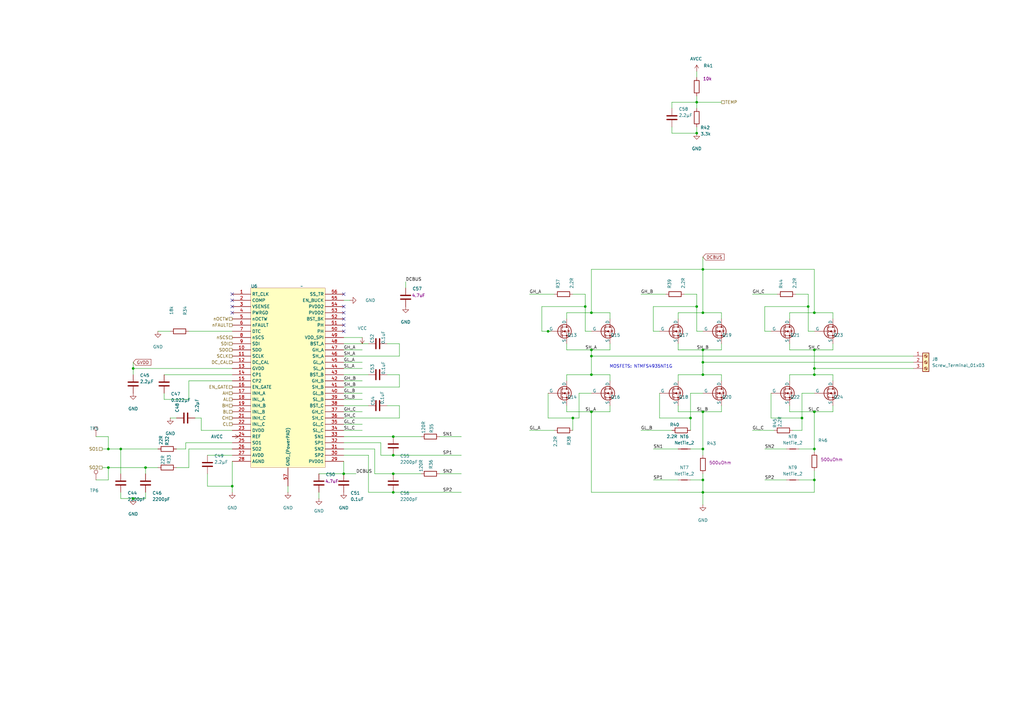
<source format=kicad_sch>
(kicad_sch (version 20231120) (generator "eeschema") (generator_version "8.0")
  (paper "A3")
  (junction (at 161.29 201.93))
  (junction (at 54.61 151.13))
  (junction (at 331.47 125.73))
  (junction (at 161.29 194.31))
  (junction (at 334.01 153.67))
  (junction (at 242.57 146.05))
  (junction (at 288.29 196.85))
  (junction (at 242.57 143.51))
  (junction (at 59.69 191.77))
  (junction (at 288.29 184.15))
  (junction (at 334.01 184.15))
  (junction (at 54.61 204.47))
  (junction (at 224.79 135.89))
  (junction (at 288.29 201.93))
  (junction (at 334.01 128.27))
  (junction (at 288.29 153.67))
  (junction (at 334.01 196.85))
  (junction (at 161.29 186.69))
  (junction (at 288.29 110.49))
  (junction (at 44.45 191.77))
  (junction (at 161.29 179.07))
  (junction (at 49.53 184.15))
  (junction (at 334.01 143.51))
  (junction (at 328.93 171.45))
  (junction (at 242.57 128.27))
  (junction (at 140.97 194.31))
  (junction (at 44.45 184.15))
  (junction (at 288.29 143.51))
  (junction (at 288.29 148.59))
  (junction (at 234.95 171.45))
  (junction (at 240.03 125.73))
  (junction (at 285.75 54.61))
  (junction (at 288.29 168.91))
  (junction (at 285.75 41.91))
  (junction (at 334.01 151.13))
  (junction (at 242.57 153.67))
  (junction (at 242.57 168.91))
  (junction (at 285.75 125.73))
  (junction (at 283.21 171.45))
  (junction (at 95.25 199.39))
  (junction (at 334.01 168.91))
  (junction (at 288.29 128.27))
  (no_connect (at 95.25 128.27))
  (no_connect (at 95.25 123.19))
  (no_connect (at 95.25 125.73))
  (no_connect (at 140.97 128.27))
  (no_connect (at 140.97 130.81))
  (no_connect (at 140.97 125.73))
  (no_connect (at 140.97 135.89))
  (no_connect (at 140.97 133.35))
  (no_connect (at 95.25 120.65))
  (no_connect (at 140.97 120.65))
  (wire (pts (xy 95.25 199.39) (xy 95.25 201.93)))
  (wire (pts (xy 153.67 194.31) (xy 153.67 184.15)))
  (wire (pts (xy 283.21 196.85) (xy 288.29 196.85)))
  (wire (pts (xy 39.37 179.07) (xy 44.45 179.07)))
  (wire (pts (xy 59.69 191.77) (xy 44.45 191.77)))
  (wire (pts (xy 69.85 171.45) (xy 72.39 171.45)))
  (wire (pts (xy 288.29 110.49) (xy 288.29 105.41)))
  (wire (pts (xy 95.25 153.67) (xy 67.31 153.67)))
  (wire (pts (xy 328.93 161.29) (xy 334.01 161.29)))
  (wire (pts (xy 278.13 166.37) (xy 278.13 168.91)))
  (wire (pts (xy 323.85 143.51) (xy 334.01 143.51)))
  (wire (pts (xy 285.75 125.73) (xy 267.97 125.73)))
  (wire (pts (xy 151.13 201.93) (xy 161.29 201.93)))
  (wire (pts (xy 285.75 54.61) (xy 275.59 54.61)))
  (wire (pts (xy 153.67 194.31) (xy 161.29 194.31)))
  (wire (pts (xy 242.57 110.49) (xy 288.29 110.49)))
  (wire (pts (xy 49.53 184.15) (xy 44.45 184.15)))
  (wire (pts (xy 275.59 54.61) (xy 275.59 52.07)))
  (wire (pts (xy 151.13 186.69) (xy 151.13 201.93)))
  (wire (pts (xy 67.31 161.29) (xy 67.31 163.83)))
  (wire (pts (xy 39.37 196.85) (xy 44.45 196.85)))
  (wire (pts (xy 217.17 120.65) (xy 227.33 120.65)))
  (wire (pts (xy 313.69 184.15) (xy 322.58 184.15)))
  (wire (pts (xy 234.95 176.53) (xy 234.95 171.45)))
  (wire (pts (xy 166.37 115.57) (xy 166.37 118.11)))
  (wire (pts (xy 161.29 186.69) (xy 189.23 186.69)))
  (wire (pts (xy 224.79 135.89) (xy 226.06 135.89)))
  (wire (pts (xy 161.29 179.07) (xy 172.72 179.07)))
  (wire (pts (xy 242.57 168.91) (xy 250.19 168.91)))
  (wire (pts (xy 242.57 128.27) (xy 242.57 110.49)))
  (wire (pts (xy 242.57 143.51) (xy 250.19 143.51)))
  (wire (pts (xy 323.85 140.97) (xy 323.85 143.51)))
  (wire (pts (xy 250.19 168.91) (xy 250.19 166.37)))
  (wire (pts (xy 240.03 120.65) (xy 240.03 125.73)))
  (wire (pts (xy 278.13 130.81) (xy 278.13 128.27)))
  (wire (pts (xy 250.19 143.51) (xy 250.19 140.97)))
  (wire (pts (xy 288.29 196.85) (xy 288.29 201.93)))
  (wire (pts (xy 44.45 196.85) (xy 44.45 191.77)))
  (wire (pts (xy 316.23 161.29) (xy 316.23 171.45)))
  (wire (pts (xy 283.21 161.29) (xy 288.29 161.29)))
  (wire (pts (xy 316.23 171.45) (xy 328.93 171.45)))
  (wire (pts (xy 288.29 168.91) (xy 288.29 184.15)))
  (wire (pts (xy 278.13 143.51) (xy 288.29 143.51)))
  (wire (pts (xy 308.61 120.65) (xy 318.77 120.65)))
  (wire (pts (xy 323.85 130.81) (xy 323.85 128.27)))
  (wire (pts (xy 240.03 135.89) (xy 240.03 125.73)))
  (wire (pts (xy 232.41 156.21) (xy 232.41 153.67)))
  (wire (pts (xy 163.83 166.37) (xy 163.83 171.45)))
  (wire (pts (xy 242.57 201.93) (xy 288.29 201.93)))
  (wire (pts (xy 140.97 168.91) (xy 148.59 168.91)))
  (wire (pts (xy 44.45 191.77) (xy 41.91 191.77)))
  (wire (pts (xy 334.01 184.15) (xy 334.01 185.42)))
  (wire (pts (xy 288.29 128.27) (xy 295.91 128.27)))
  (wire (pts (xy 44.45 184.15) (xy 41.91 184.15)))
  (wire (pts (xy 140.97 194.31) (xy 140.97 189.23)))
  (wire (pts (xy 288.29 110.49) (xy 334.01 110.49)))
  (wire (pts (xy 334.01 168.91) (xy 334.01 184.15)))
  (wire (pts (xy 222.25 135.89) (xy 224.79 135.89)))
  (wire (pts (xy 163.83 153.67) (xy 163.83 158.75)))
  (wire (pts (xy 232.41 140.97) (xy 232.41 143.51)))
  (wire (pts (xy 153.67 184.15) (xy 140.97 184.15)))
  (wire (pts (xy 130.81 194.31) (xy 140.97 194.31)))
  (wire (pts (xy 283.21 171.45) (xy 283.21 161.29)))
  (wire (pts (xy 334.01 135.89) (xy 331.47 135.89)))
  (wire (pts (xy 334.01 110.49) (xy 334.01 128.27)))
  (wire (pts (xy 328.93 171.45) (xy 328.93 161.29)))
  (wire (pts (xy 323.85 128.27) (xy 334.01 128.27)))
  (wire (pts (xy 278.13 153.67) (xy 288.29 153.67)))
  (wire (pts (xy 288.29 207.01) (xy 288.29 201.93)))
  (wire (pts (xy 232.41 130.81) (xy 232.41 128.27)))
  (wire (pts (xy 224.79 171.45) (xy 234.95 171.45)))
  (wire (pts (xy 232.41 128.27) (xy 242.57 128.27)))
  (wire (pts (xy 327.66 184.15) (xy 334.01 184.15)))
  (wire (pts (xy 163.83 171.45) (xy 140.97 171.45)))
  (wire (pts (xy 334.01 153.67) (xy 341.63 153.67)))
  (wire (pts (xy 331.47 135.89) (xy 331.47 125.73)))
  (wire (pts (xy 67.31 163.83) (xy 77.47 163.83)))
  (wire (pts (xy 72.39 191.77) (xy 77.47 191.77)))
  (wire (pts (xy 151.13 153.67) (xy 140.97 153.67)))
  (wire (pts (xy 163.83 146.05) (xy 140.97 146.05)))
  (wire (pts (xy 95.25 151.13) (xy 54.61 151.13)))
  (wire (pts (xy 158.75 153.67) (xy 163.83 153.67)))
  (wire (pts (xy 327.66 196.85) (xy 334.01 196.85)))
  (wire (pts (xy 278.13 156.21) (xy 278.13 153.67)))
  (wire (pts (xy 163.83 140.97) (xy 163.83 146.05)))
  (wire (pts (xy 242.57 128.27) (xy 250.19 128.27)))
  (wire (pts (xy 237.49 171.45) (xy 237.49 161.29)))
  (wire (pts (xy 270.51 171.45) (xy 283.21 171.45)))
  (wire (pts (xy 161.29 194.31) (xy 172.72 194.31)))
  (wire (pts (xy 334.01 193.04) (xy 334.01 196.85)))
  (wire (pts (xy 278.13 168.91) (xy 288.29 168.91)))
  (wire (pts (xy 44.45 179.07) (xy 44.45 184.15)))
  (wire (pts (xy 288.29 148.59) (xy 288.29 153.67)))
  (wire (pts (xy 288.29 148.59) (xy 374.65 148.59)))
  (wire (pts (xy 334.01 143.51) (xy 334.01 151.13)))
  (wire (pts (xy 224.79 161.29) (xy 224.79 171.45)))
  (wire (pts (xy 295.91 153.67) (xy 295.91 156.21)))
  (wire (pts (xy 151.13 166.37) (xy 140.97 166.37)))
  (wire (pts (xy 54.61 204.47) (xy 49.53 204.47)))
  (wire (pts (xy 156.21 181.61) (xy 156.21 186.69)))
  (wire (pts (xy 285.75 39.37) (xy 285.75 41.91)))
  (wire (pts (xy 180.34 194.31) (xy 189.23 194.31)))
  (wire (pts (xy 278.13 128.27) (xy 288.29 128.27)))
  (wire (pts (xy 334.01 168.91) (xy 341.63 168.91)))
  (wire (pts (xy 278.13 140.97) (xy 278.13 143.51)))
  (wire (pts (xy 308.61 176.53) (xy 317.5 176.53)))
  (wire (pts (xy 250.19 153.67) (xy 250.19 156.21)))
  (wire (pts (xy 234.95 120.65) (xy 240.03 120.65)))
  (wire (pts (xy 313.69 196.85) (xy 322.58 196.85)))
  (wire (pts (xy 334.01 128.27) (xy 341.63 128.27)))
  (wire (pts (xy 232.41 143.51) (xy 242.57 143.51)))
  (wire (pts (xy 341.63 128.27) (xy 341.63 130.81)))
  (wire (pts (xy 146.05 194.31) (xy 140.97 194.31)))
  (wire (pts (xy 140.97 173.99) (xy 148.59 173.99)))
  (wire (pts (xy 288.29 143.51) (xy 288.29 148.59)))
  (wire (pts (xy 334.01 151.13) (xy 334.01 153.67)))
  (wire (pts (xy 232.41 168.91) (xy 242.57 168.91)))
  (wire (pts (xy 341.63 153.67) (xy 341.63 156.21)))
  (wire (pts (xy 267.97 125.73) (xy 267.97 135.89)))
  (wire (pts (xy 143.51 123.19) (xy 140.97 123.19)))
  (wire (pts (xy 222.25 125.73) (xy 222.25 135.89)))
  (wire (pts (xy 161.29 201.93) (xy 189.23 201.93)))
  (wire (pts (xy 262.89 120.65) (xy 273.05 120.65)))
  (wire (pts (xy 285.75 29.21) (xy 285.75 31.75)))
  (wire (pts (xy 77.47 135.89) (xy 95.25 135.89)))
  (wire (pts (xy 64.77 184.15) (xy 49.53 184.15)))
  (wire (pts (xy 242.57 143.51) (xy 242.57 146.05)))
  (wire (pts (xy 288.29 110.49) (xy 288.29 128.27)))
  (wire (pts (xy 140.97 163.83) (xy 148.59 163.83)))
  (wire (pts (xy 140.97 161.29) (xy 148.59 161.29)))
  (wire (pts (xy 250.19 128.27) (xy 250.19 130.81)))
  (wire (pts (xy 59.69 194.31) (xy 59.69 191.77)))
  (wire (pts (xy 59.69 201.93) (xy 59.69 204.47)))
  (wire (pts (xy 285.75 41.91) (xy 285.75 44.45)))
  (wire (pts (xy 325.12 176.53) (xy 328.93 176.53)))
  (wire (pts (xy 140.97 176.53) (xy 148.59 176.53)))
  (wire (pts (xy 295.91 168.91) (xy 295.91 166.37)))
  (wire (pts (xy 328.93 176.53) (xy 328.93 171.45)))
  (wire (pts (xy 95.25 176.53) (xy 82.55 176.53)))
  (wire (pts (xy 232.41 153.67) (xy 242.57 153.67)))
  (wire (pts (xy 334.01 196.85) (xy 334.01 201.93)))
  (wire (pts (xy 130.81 201.93) (xy 130.81 204.47)))
  (wire (pts (xy 285.75 41.91) (xy 295.91 41.91)))
  (wire (pts (xy 323.85 156.21) (xy 323.85 153.67)))
  (wire (pts (xy 323.85 153.67) (xy 334.01 153.67)))
  (wire (pts (xy 313.69 135.89) (xy 316.23 135.89)))
  (wire (pts (xy 285.75 120.65) (xy 285.75 125.73)))
  (wire (pts (xy 288.29 184.15) (xy 288.29 186.69)))
  (wire (pts (xy 323.85 166.37) (xy 323.85 168.91)))
  (wire (pts (xy 49.53 194.31) (xy 49.53 184.15)))
  (wire (pts (xy 232.41 166.37) (xy 232.41 168.91)))
  (wire (pts (xy 77.47 163.83) (xy 77.47 156.21)))
  (wire (pts (xy 242.57 153.67) (xy 250.19 153.67)))
  (wire (pts (xy 288.29 153.67) (xy 295.91 153.67)))
  (wire (pts (xy 262.89 176.53) (xy 275.59 176.53)))
  (wire (pts (xy 242.57 168.91) (xy 242.57 201.93)))
  (wire (pts (xy 95.25 181.61) (xy 76.2 181.61)))
  (wire (pts (xy 280.67 120.65) (xy 285.75 120.65)))
  (wire (pts (xy 140.97 186.69) (xy 151.13 186.69)))
  (wire (pts (xy 156.21 186.69) (xy 161.29 186.69)))
  (wire (pts (xy 140.97 151.13) (xy 148.59 151.13)))
  (wire (pts (xy 323.85 168.91) (xy 334.01 168.91)))
  (wire (pts (xy 77.47 156.21) (xy 95.25 156.21)))
  (wire (pts (xy 270.51 161.29) (xy 270.51 171.45)))
  (wire (pts (xy 334.01 143.51) (xy 341.63 143.51)))
  (wire (pts (xy 69.85 135.89) (xy 64.77 135.89)))
  (wire (pts (xy 331.47 120.65) (xy 331.47 125.73)))
  (wire (pts (xy 64.77 191.77) (xy 59.69 191.77)))
  (wire (pts (xy 285.75 52.07) (xy 285.75 54.61)))
  (wire (pts (xy 242.57 146.05) (xy 242.57 153.67)))
  (wire (pts (xy 158.75 140.97) (xy 163.83 140.97)))
  (wire (pts (xy 140.97 179.07) (xy 161.29 179.07)))
  (wire (pts (xy 240.03 125.73) (xy 222.25 125.73)))
  (wire (pts (xy 151.13 140.97) (xy 140.97 140.97)))
  (wire (pts (xy 77.47 184.15) (xy 95.25 184.15)))
  (wire (pts (xy 334.01 151.13) (xy 374.65 151.13)))
  (wire (pts (xy 77.47 191.77) (xy 77.47 184.15)))
  (wire (pts (xy 140.97 143.51) (xy 148.59 143.51)))
  (wire (pts (xy 295.91 143.51) (xy 295.91 140.97)))
  (wire (pts (xy 95.25 189.23) (xy 95.25 199.39)))
  (wire (pts (xy 118.11 201.93) (xy 118.11 199.39)))
  (wire (pts (xy 267.97 196.85) (xy 278.13 196.85)))
  (wire (pts (xy 341.63 168.91) (xy 341.63 166.37)))
  (wire (pts (xy 140.97 156.21) (xy 148.59 156.21)))
  (wire (pts (xy 76.2 181.61) (xy 76.2 184.15)))
  (wire (pts (xy 242.57 146.05) (xy 374.65 146.05)))
  (wire (pts (xy 85.09 199.39) (xy 95.25 199.39)))
  (wire (pts (xy 85.09 186.69) (xy 95.25 186.69)))
  (wire (pts (xy 275.59 41.91) (xy 285.75 41.91)))
  (wire (pts (xy 163.83 158.75) (xy 140.97 158.75)))
  (wire (pts (xy 158.75 166.37) (xy 163.83 166.37)))
  (wire (pts (xy 341.63 143.51) (xy 341.63 140.97)))
  (wire (pts (xy 288.29 135.89) (xy 285.75 135.89)))
  (wire (pts (xy 54.61 151.13) (xy 54.61 153.67)))
  (wire (pts (xy 59.69 204.47) (xy 54.61 204.47)))
  (wire (pts (xy 267.97 135.89) (xy 270.51 135.89)))
  (wire (pts (xy 331.47 125.73) (xy 313.69 125.73)))
  (wire (pts (xy 234.95 171.45) (xy 237.49 171.45)))
  (wire (pts (xy 54.61 148.59) (xy 54.61 151.13)))
  (wire (pts (xy 49.53 204.47) (xy 49.53 201.93)))
  (wire (pts (xy 140.97 148.59) (xy 148.59 148.59)))
  (wire (pts (xy 295.91 128.27) (xy 295.91 130.81)))
  (wire (pts (xy 82.55 171.45) (xy 80.01 171.45)))
  (wire (pts (xy 237.49 161.29) (xy 242.57 161.29)))
  (wire (pts (xy 288.29 201.93) (xy 334.01 201.93)))
  (wire (pts (xy 288.29 143.51) (xy 295.91 143.51)))
  (wire (pts (xy 140.97 181.61) (xy 156.21 181.61)))
  (wire (pts (xy 267.97 184.15) (xy 278.13 184.15)))
  (wire (pts (xy 283.21 184.15) (xy 288.29 184.15)))
  (wire (pts (xy 217.17 176.53) (xy 227.33 176.53)))
  (wire (pts (xy 85.09 194.31) (xy 85.09 199.39)))
  (wire (pts (xy 313.69 125.73) (xy 313.69 135.89)))
  (wire (pts (xy 148.59 138.43) (xy 140.97 138.43)))
  (wire (pts (xy 288.29 194.31) (xy 288.29 196.85)))
  (wire (pts (xy 285.75 135.89) (xy 285.75 125.73)))
  (wire (pts (xy 275.59 44.45) (xy 275.59 41.91)))
  (wire (pts (xy 326.39 120.65) (xy 331.47 120.65)))
  (wire (pts (xy 242.57 135.89) (xy 240.03 135.89)))
  (wire (pts (xy 82.55 176.53) (xy 82.55 171.45)))
  (wire (pts (xy 288.29 168.91) (xy 295.91 168.91)))
  (wire (pts (xy 76.2 184.15) (xy 72.39 184.15)))
  (wire (pts (xy 283.21 176.53) (xy 283.21 171.45)))
  (wire (pts (xy 180.34 179.07) (xy 189.23 179.07)))
  (text "MOSFETS: NTMFS4935NT1G" (at 262.89 151.13 0) (effects (font (size 1.27 1.27)) (justify bottom)))
  (label "GH_A" (at 217.17 120.65 0))
  (label "SL_A" (at 140.97 151.13 0))
  (label "SP2" (at 313.69 196.85 0))
  (label "GL_A" (at 217.17 176.53 0))
  (label "SH_A" (at 240.03 143.51 0))
  (label "SH_C" (at 331.47 143.51 0))
  (label "SP1" (at 181.61 186.69 0))
  (label "DCBUS" (at 166.37 115.57 0))
  (label "SH_B" (at 285.75 143.51 0))
  (label "SN2" (at 313.69 184.15 0))
  (label "SP1" (at 267.97 196.85 0))
  (label "SP2" (at 181.61 201.93 0))
  (label "GL_B" (at 262.89 176.53 0))
  (label "SL_B" (at 285.75 168.91 0))
  (label "SH_A" (at 140.97 146.05 0))
  (label "GL_C" (at 140.97 173.99 0))
  (label "DCBUS" (at 146.05 194.31 0))
  (label "SH_C" (at 140.97 171.45 0))
  (label "SL_C" (at 331.47 168.91 0))
  (label "SN2" (at 181.61 194.31 0))
  (label "GH_C" (at 308.61 120.65 0))
  (label "SL_B" (at 140.97 163.83 0))
  (label "GL_B" (at 140.97 161.29 0))
  (label "SL_C" (at 140.97 176.53 0))
  (label "GH_B" (at 140.97 156.21 0))
  (label "SL_A" (at 240.03 168.91 0))
  (label "GH_A" (at 140.97 143.51 0))
  (label "SN1" (at 267.97 184.15 0))
  (label "SH_B" (at 140.97 158.75 0))
  (label "GH_B" (at 262.89 120.65 0))
  (label "GL_C" (at 308.61 176.53 0))
  (label "GH_C" (at 140.97 168.91 0))
  (label "SN1" (at 181.61 179.07 0))
  (label "GL_A" (at 140.97 148.59 0))
  (global_label "DCBUS" (shape input) (at 288.29 105.41 0) (property "Intersheetrefs" "${INTERSHEET_REFS}" (effects (hide yes))))
  (global_label "GVDD" (shape input) (at 54.61 148.59 0) (property "Intersheetrefs" "${INTERSHEET_REFS}" (effects (hide yes))))
  (hierarchical_label "nFAULT" (shape passive) (at 95.25 133.35 180))
  (hierarchical_label "CH" (shape passive) (at 95.25 171.45 180))
  (hierarchical_label "SCLK" (shape passive) (at 95.25 146.05 180))
  (hierarchical_label "TEMP" (shape passive) (at 295.91 41.91 0))
  (hierarchical_label "CL" (shape passive) (at 95.25 173.99 180))
  (hierarchical_label "EN_GATE" (shape passive) (at 95.25 158.75 180))
  (hierarchical_label "nOCTW" (shape passive) (at 95.25 130.81 180))
  (hierarchical_label "DC_CAL" (shape passive) (at 95.25 148.59 180))
  (hierarchical_label "BH" (shape passive) (at 95.25 166.37 180))
  (hierarchical_label "BL" (shape passive) (at 95.25 168.91 180))
  (hierarchical_label "AH" (shape passive) (at 95.25 161.29 180))
  (hierarchical_label "SDO" (shape passive) (at 95.25 143.51 180))
  (hierarchical_label "nSCS" (shape passive) (at 95.25 138.43 180))
  (hierarchical_label "SO1" (shape passive) (at 41.91 184.15 180))
  (hierarchical_label "AL" (shape passive) (at 95.25 163.83 180))
  (hierarchical_label "SO2" (shape passive) (at 41.91 191.77 180))
  (hierarchical_label "SDI" (shape passive) (at 95.25 140.97 180))
  (symbol (lib_id "power:GND") (at 54.61 204.47 0) (unit 1)
    (property "Reference" "#PWR069" (effects (hide yes)))
    (property "Value" "GND" (at 54.61 210.82 0))
  )
  (symbol (lib_id "CustomNMOS:NMOS_1") (at 275.59 135.89 0) (unit 1)
    (property "Reference" "Q17" (at 278.384 138.176 0) (effects (justify left bottom)))
    (property "Footprint" "Package_SO:ONSemi_SO-8FL_488AA" (effects (hide yes)))
    (property "Description" "MOSFET N-CH 30V 13A SO8FL" (effects (hide yes)))
    (property "SUPPLIER 1" "Digi-Key" (effects (hide yes)))
    (property "SUPPLIER PART NUMBER 1" "NTMFS4935NT1GOSCT-ND" (effects (hide yes)))
    (property "MANUFACTURER" "ON Semiconductor" (effects (hide yes)))
    (property "ROHS" "RoHS Compliant" (effects (hide yes)))
    (property "CATEGORY" "Discrete Semiconductor Products" (effects (hide yes)))
    (property "STOCK 1" "932" (effects (hide yes)))
    (property "PRICING 1" "1=0.61, 10=0.541, 100=0.4145, 500=0.3277 (USD)" (effects (hide yes)))
    (property "PACKAGING" "Cut Tape (CT)" (effects (hide yes)))
    (property "PART STATUS" "Active" (effects (hide yes)))
    (property "FET TYPE" "N-Channel" (effects (hide yes)))
    (property "TECHNOLOGY" "MOSFET (Metal Oxide)" (effects (hide yes)))
    (property "DRAIN TO SOURCE VOLTAGE (VDSS)" "30V" (effects (hide yes)))
    (property "CURRENT - CONTINUOUS DRAIN (ID) @ 25°C" "13A (Ta), 93A (Tc)" (effects (hide yes)))
    (property "DRIVE VOLTAGE (MAX RDS ON,  MIN RDS ON)" "4.5V, 10V" (effects (hide yes)))
    (property "VGS(TH) (MAX) @ ID" "2.2V @ 250µA" (effects (hide yes)))
    (property "GATE CHARGE (QG) (MAX) @ VGS" "49.4nC @ 10V" (effects (hide yes)))
    (property "INPUT CAPACITANCE (CISS) (MAX) @ VDS" "4850pF @ 15V" (effects (hide yes)))
    (property "VGS (MAX)" "±20V" (effects (hide yes)))
    (property "FET FEATURE" "-" (effects (hide yes)))
    (property "POWER DISSIPATION (MAX)" "930mW (Ta), 48W (Tc)" (effects (hide yes)))
    (property "RDS ON (MAX) @ ID, VGS" "3.2 mOhm @ 30A, 10V" (effects (hide yes)))
    (property "OPERATING TEMPERATURE" "-55°C ~ 150°C (TJ)" (effects (hide yes)))
    (property "MOUNTING TYPE" "Surface Mount" (effects (hide yes)))
    (property "SUPPLIER DEVICE PACKAGE" "5-DFN (5x6) (8-SOFL)" (effects (hide yes)))
    (property "PACKAGE / CASE" "8-PowerTDFN, 5 Leads" (effects (hide yes)))
    (property "COMPONENTLINK1URL" "http://www.onsemi.com/pub_link/Collateral/NTMFS4935N-D.PDF" (effects (hide yes)))
    (property "COMPONENTLINK1DESCRIPTION" "http://www.onsemi.com/pub_link/Collateral/NTMFS4935N-D.PDF" (effects (hide yes)))
    (property "MANUFACTURER PART NUMBER" "NTMFS4935NT1G" (effects (hide yes)))
  )
  (symbol (lib_id "Device:R") (at 68.58 184.15 270) (unit 1)
    (property "Reference" "R32" (at 67.818 178.816 0) (effects (justify left bottom)))
    (property "Value" "22R" (at 65.278 178.562 0) (effects (justify left bottom)))
    (property "Footprint" "Resistor_SMD:R_0603_1608Metric" (effects (hide yes)))
    (property "Description" "RES SMD 22 OHM 1% 1/10W 0603" (effects (hide yes)))
    (property "SUPPLIER 1" "Digi-Key" (effects (hide yes)))
    (property "SUPPLIER PART NUMBER 1" "311-22.0HRCT-ND" (effects (hide yes)))
    (property "MANUFACTURER" "Yageo" (effects (hide yes)))
    (property "MANUFACTURER PART NUMBER" "RC0603FR-0722RL" (effects (hide yes)))
    (property "ROHS" "RoHS Compliant" (effects (hide yes)))
    (property "CATEGORY" "Resistors" (effects (hide yes)))
    (property "STOCK 1" "575303" (effects (hide yes)))
    (property "PRICING 1" "1=0.1, 10=0.014, 25=0.01, 100=0.0057, 250=0.00436, 500=0.00348, 1000=0.00257, 2500=0.00223 (USD)" (effects (hide yes)))
    (property "PACKAGING" "Cut Tape (CT)" (effects (hide yes)))
    (property "RESISTANCE (OHMS)" "22" (effects (hide yes)))
    (property "TOLERANCE" "±1%" (effects (hide yes)))
    (property "POWER (WATTS)" "0.1W, 1/10W" (effects (hide yes)))
    (property "COMPOSITION" "Thick Film" (effects (hide yes)))
    (property "FEATURES" "Moisture Resistant" (effects (hide yes)))
    (property "TEMPERATURE COEFFICIENT" "±100ppm/°C" (effects (hide yes)))
    (property "OPERATING TEMPERATURE" "-55°C ~ 155°C" (effects (hide yes)))
    (property "PACKAGE / CASE" "0603 (1608 Metric)" (effects (hide yes)))
    (property "SUPPLIER DEVICE PACKAGE" "0603" (effects (hide yes)))
    (property "SIZE / DIMENSION" "0.063\" L x 0.031\" W (1.60mm x 0.80mm)" (effects (hide yes)))
    (property "HEIGHT" "0.022\" (0.55mm)" (effects (hide yes)))
    (property "NUMBER OF TERMINATIONS" "2" (effects (hide yes)))
    (property "COMPONENTLINK1URL" "http://www.yageo.com/documents/recent/PYu-RC_Group_51_RoHS_L_04.pdf" (effects (hide yes)))
    (property "COMPONENTLINK1DESCRIPTION" "http://www.yageo.com/documents/recent/PYu-RC_Group_51_RoHS_L_04.pdf" (effects (hide yes)))
  )
  (symbol (lib_id "Device:R") (at 285.75 35.56 0) (unit 1)
    (property "Reference" "R41" (at 288.544 27.686 0) (effects (justify left bottom)))
    (property "Value" "10k" (effects (hide yes)))
    (property "Footprint" "Resistor_SMD:R_0402_1005Metric" (effects (hide yes)))
    (property "Description" "THERMISTOR 10K OHM NTC 0402 SMD" (effects (hide yes)))
    (property "ALTIUM_VALUE" "10k" (at 288.29 33.02 0) (effects (justify left bottom)))
  )
  (symbol (lib_id "Device:R") (at 231.14 120.65 90) (unit 1)
    (property "Reference" "R37" (at 229.616 118.364 0) (effects (justify left bottom)))
    (property "Value" "2.2R" (at 235.204 118.364 0) (effects (justify left bottom)))
    (property "Footprint" "Resistor_SMD:R_0603_1608Metric" (effects (hide yes)))
    (property "Description" "RES SMD 2.2 OHM 1% 1/10W 0603" (effects (hide yes)))
    (property "SUPPLIER 1" "Digi-Key" (effects (hide yes)))
    (property "SUPPLIER PART NUMBER 1" "311-2.2HRCT-ND" (effects (hide yes)))
    (property "MANUFACTURER" "Yageo" (effects (hide yes)))
    (property "MANUFACTURER PART NUMBER" "RC0603FR-072R2L" (effects (hide yes)))
    (property "ROHS" "RoHS Compliant" (effects (hide yes)))
    (property "CATEGORY" "Resistors" (effects (hide yes)))
    (property "STOCK 1" "16531" (effects (hide yes)))
    (property "PRICING 1" "1=0.1, 10=0.02, 25=0.0144, 100=0.0082, 250=0.00624, 500=0.00498, 1000=0.00367, 2500=0.00319 (USD)" (effects (hide yes)))
    (property "PACKAGING" "Cut Tape (CT)" (effects (hide yes)))
    (property "RESISTANCE (OHMS)" "2.2" (effects (hide yes)))
    (property "TOLERANCE" "±1%" (effects (hide yes)))
    (property "POWER (WATTS)" "0.1W, 1/10W" (effects (hide yes)))
    (property "COMPOSITION" "Thick Film" (effects (hide yes)))
    (property "FEATURES" "Moisture Resistant" (effects (hide yes)))
    (property "TEMPERATURE COEFFICIENT" "±200ppm/°C" (effects (hide yes)))
    (property "OPERATING TEMPERATURE" "-55°C ~ 155°C" (effects (hide yes)))
    (property "PACKAGE / CASE" "0603 (1608 Metric)" (effects (hide yes)))
    (property "SUPPLIER DEVICE PACKAGE" "0603" (effects (hide yes)))
    (property "SIZE / DIMENSION" "0.063\" L x 0.031\" W (1.60mm x 0.80mm)" (effects (hide yes)))
    (property "HEIGHT" "0.022\" (0.55mm)" (effects (hide yes)))
    (property "NUMBER OF TERMINATIONS" "2" (effects (hide yes)))
    (property "COMPONENTLINK1URL" "http://www.yageo.com/documents/recent/PYu-RC_Group_51_RoHS_L_04.pdf" (effects (hide yes)))
    (property "COMPONENTLINK1DESCRIPTION" "http://www.yageo.com/documents/recent/PYu-RC_Group_51_RoHS_L_04.pdf" (effects (hide yes)))
  )
  (symbol (lib_id "Device:R") (at 334.01 189.23 0) (unit 1)
    (property "Reference" "R46" (at 335.534 181.356 0) (effects (justify left bottom)))
    (property "Value" "500uOhm" (effects (hide yes)))
    (property "Footprint" "Resistor_SMD:R_2512_6332Metric" (effects (hide yes)))
    (property "Description" "RES SMD 0.0005 OHM 1% 3W 2512" (effects (hide yes)))
    (property "ALTIUM_VALUE" "500uOhm" (at 336.55 189.23 0) (effects (justify left bottom)))
    (property "SUPPLIER 1" "Digi-Key" (effects (hide yes)))
    (property "SUPPLIER PART NUMBER 1" "696-1183-2-ND" (effects (hide yes)))
    (property "MANUFACTURER" "Riedon" (effects (hide yes)))
    (property "ROHS" "RoHS Compliant" (effects (hide yes)))
    (property "CATEGORY" "Resistors" (effects (hide yes)))
    (property "STOCK" "2000" (effects (hide yes)))
    (property "PRICING 1" "2000=0.19817, 6000=0.1937, 10000=0.187, 50000=0.18148 (USD)" (effects (hide yes)))
    (property "PACKAGING" "Tape & Reel (TR)" (effects (hide yes)))
    (property "PART STATUS" "Active" (effects (hide yes)))
    (property "TOLERANCE" "±1%" (effects (hide yes)))
    (property "POWER (WATTS)" "3W" (effects (hide yes)))
    (property "COMPOSITION" "Metal Element" (effects (hide yes)))
    (property "FEATURES" "Current Sense" (effects (hide yes)))
    (property "TEMPERATURE COEFFICIENT" "±100ppm/°C" (effects (hide yes)))
    (property "OPERATING TEMPERATURE" "-55°C ~ 170°C" (effects (hide yes)))
    (property "PACKAGE / CASE" "2512 (6432 Metric)" (effects (hide yes)))
    (property "SUPPLIER DEVICE PACKAGE" "2512" (effects (hide yes)))
    (property "SIZE / DIMENSION" "0.250\" L x 0.118\" W (6.35mm x 3.00mm)" (effects (hide yes)))
    (property "HEIGHT - SEATED (MAX)" "0.057\" (1.45mm)" (effects (hide yes)))
    (property "FAILURE RATE" "-" (effects (hide yes)))
    (property "COMPONENTLINK1URL" "http://riedon.com/media/pdf/CSR.pdf" (effects (hide yes)))
    (property "COMPONENTLINK1DESCRIPTION" "http://riedon.com/media/pdf/CSR.pdf" (effects (hide yes)))
    (property "SUPPLIER 2" "Digi-Key" (effects (hide yes)))
    (property "SUPPLIER PART NUMBER 2" "696-1183-1-ND" (effects (hide yes)))
    (property "PRICING 2" "1=0.69, 10=0.574, 25=0.4916, 50=0.4426, 100=0.3852, 250=0.3442, 500=0.27864, 1000=0.22536 (USD)" (effects (hide yes)))
    (property "MANUFACTURER PART NUMBER" "CSR2512C0R0005F" (effects (hide yes)))
  )
  (symbol (lib_id "Device:NetTie_2") (at 325.12 184.15 0) (unit 1) (in_bom no)
    (property "Reference" "NT8" (at 325.12 179.07 0))
    (property "Value" "NetTie_2" (at 325.12 181.61 0))
    (property "Footprint" "NetTie:NetTie-2_SMD_Pad0.5mm" (effects (hide yes)))
    (property "Description" "Net tie, 2 pins" (effects (hide yes)))
  )
  (symbol (lib_id "Device:R") (at 176.53 179.07 270) (unit 1)
    (property "Reference" "R35" (at 176.276 173.736 0) (effects (justify left bottom)))
    (property "Value" "120R" (at 172.974 172.72 0) (effects (justify left bottom)))
    (property "Footprint" "Resistor_SMD:R_0603_1608Metric" (effects (hide yes)))
    (property "Description" "RES SMD 120 OHM 1% 1/10W 0603" (effects (hide yes)))
    (property "SUPPLIER 1" "Digi-Key" (effects (hide yes)))
    (property "SUPPLIER PART NUMBER 1" "311-120HRCT-ND" (effects (hide yes)))
    (property "MANUFACTURER" "Yageo" (effects (hide yes)))
    (property "MANUFACTURER PART NUMBER" "RC0603FR-07120RL" (effects (hide yes)))
    (property "ROHS" "RoHS Compliant" (effects (hide yes)))
    (property "CATEGORY" "Resistors" (effects (hide yes)))
    (property "STOCK 1" "1545282" (effects (hide yes)))
    (property "PRICING 1" "1=0.1, 10=0.014, 25=0.01, 100=0.0057, 250=0.00436, 500=0.00348, 1000=0.00257, 2500=0.00223 (USD)" (effects (hide yes)))
    (property "PACKAGING" "Cut Tape (CT)" (effects (hide yes)))
    (property "RESISTANCE (OHMS)" "120" (effects (hide yes)))
    (property "TOLERANCE" "±1%" (effects (hide yes)))
    (property "POWER (WATTS)" "0.1W, 1/10W" (effects (hide yes)))
    (property "COMPOSITION" "Thick Film" (effects (hide yes)))
    (property "FEATURES" "Moisture Resistant" (effects (hide yes)))
    (property "TEMPERATURE COEFFICIENT" "±100ppm/°C" (effects (hide yes)))
    (property "OPERATING TEMPERATURE" "-55°C ~ 155°C" (effects (hide yes)))
    (property "PACKAGE / CASE" "0603 (1608 Metric)" (effects (hide yes)))
    (property "SUPPLIER DEVICE PACKAGE" "0603" (effects (hide yes)))
    (property "SIZE / DIMENSION" "0.063\" L x 0.031\" W (1.60mm x 0.80mm)" (effects (hide yes)))
    (property "HEIGHT" "0.022\" (0.55mm)" (effects (hide yes)))
    (property "NUMBER OF TERMINATIONS" "2" (effects (hide yes)))
    (property "COMPONENTLINK1URL" "http://www.yageo.com/documents/recent/PYu-RC_Group_51_RoHS_L_04.pdf" (effects (hide yes)))
    (property "COMPONENTLINK1DESCRIPTION" "http://www.yageo.com/documents/recent/PYu-RC_Group_51_RoHS_L_04.pdf" (effects (hide yes)))
  )
  (symbol (lib_id "CustomNMOS:NMOS_1") (at 275.59 161.29 0) (unit 1)
    (property "Reference" "Q18" (at 278.384 163.576 0) (effects (justify left bottom)))
    (property "Footprint" "Package_SO:ONSemi_SO-8FL_488AA" (effects (hide yes)))
    (property "Description" "MOSFET N-CH 30V 13A SO8FL" (effects (hide yes)))
    (property "SUPPLIER 1" "Digi-Key" (effects (hide yes)))
    (property "SUPPLIER PART NUMBER 1" "NTMFS4935NT1GOSCT-ND" (effects (hide yes)))
    (property "MANUFACTURER" "ON Semiconductor" (effects (hide yes)))
    (property "ROHS" "RoHS Compliant" (effects (hide yes)))
    (property "CATEGORY" "Discrete Semiconductor Products" (effects (hide yes)))
    (property "STOCK 1" "932" (effects (hide yes)))
    (property "PRICING 1" "1=0.61, 10=0.541, 100=0.4145, 500=0.3277 (USD)" (effects (hide yes)))
    (property "PACKAGING" "Cut Tape (CT)" (effects (hide yes)))
    (property "PART STATUS" "Active" (effects (hide yes)))
    (property "FET TYPE" "N-Channel" (effects (hide yes)))
    (property "TECHNOLOGY" "MOSFET (Metal Oxide)" (effects (hide yes)))
    (property "DRAIN TO SOURCE VOLTAGE (VDSS)" "30V" (effects (hide yes)))
    (property "CURRENT - CONTINUOUS DRAIN (ID) @ 25°C" "13A (Ta), 93A (Tc)" (effects (hide yes)))
    (property "DRIVE VOLTAGE (MAX RDS ON,  MIN RDS ON)" "4.5V, 10V" (effects (hide yes)))
    (property "VGS(TH) (MAX) @ ID" "2.2V @ 250µA" (effects (hide yes)))
    (property "GATE CHARGE (QG) (MAX) @ VGS" "49.4nC @ 10V" (effects (hide yes)))
    (property "INPUT CAPACITANCE (CISS) (MAX) @ VDS" "4850pF @ 15V" (effects (hide yes)))
    (property "VGS (MAX)" "±20V" (effects (hide yes)))
    (property "FET FEATURE" "-" (effects (hide yes)))
    (property "POWER DISSIPATION (MAX)" "930mW (Ta), 48W (Tc)" (effects (hide yes)))
    (property "RDS ON (MAX) @ ID, VGS" "3.2 mOhm @ 30A, 10V" (effects (hide yes)))
    (property "OPERATING TEMPERATURE" "-55°C ~ 150°C (TJ)" (effects (hide yes)))
    (property "MOUNTING TYPE" "Surface Mount" (effects (hide yes)))
    (property "SUPPLIER DEVICE PACKAGE" "5-DFN (5x6) (8-SOFL)" (effects (hide yes)))
    (property "PACKAGE / CASE" "8-PowerTDFN, 5 Leads" (effects (hide yes)))
    (property "COMPONENTLINK1URL" "http://www.onsemi.com/pub_link/Collateral/NTMFS4935N-D.PDF" (effects (hide yes)))
    (property "COMPONENTLINK1DESCRIPTION" "http://www.onsemi.com/pub_link/Collateral/NTMFS4935N-D.PDF" (effects (hide yes)))
    (property "MANUFACTURER PART NUMBER" "NTMFS4935NT1G" (effects (hide yes)))
  )
  (symbol (lib_id "Device:NetTie_2") (at 325.12 196.85 0) (unit 1) (in_bom no)
    (property "Reference" "NT9" (at 325.12 191.77 0))
    (property "Value" "NetTie_2" (at 325.12 194.31 0))
    (property "Footprint" "NetTie:NetTie-2_SMD_Pad0.5mm" (effects (hide yes)))
    (property "Description" "Net tie, 2 pins" (effects (hide yes)))
  )
  (symbol (lib_id "CustomNMOS:NMOS_1") (at 247.65 135.89 0) (unit 1)
    (property "Reference" "Q15" (at 250.444 138.176 0) (effects (justify left bottom)))
    (property "Value" "FILL_FOOTPRINT" (effects (hide yes)))
    (property "Footprint" "Package_SO:ONSemi_SO-8FL_488AA" (effects (hide yes)))
    (property "Description" "MOSFET N-CH 30V 13A SO8FL" (effects (hide yes)))
    (property "SUPPLIER 1" "Digi-Key" (effects (hide yes)))
    (property "SUPPLIER PART NUMBER 1" "NTMFS4935NT1GOSCT-ND" (effects (hide yes)))
    (property "MANUFACTURER" "ON Semiconductor" (effects (hide yes)))
    (property "ROHS" "RoHS Compliant" (effects (hide yes)))
    (property "CATEGORY" "Discrete Semiconductor Products" (effects (hide yes)))
    (property "STOCK 1" "932" (effects (hide yes)))
    (property "PRICING 1" "1=0.61, 10=0.541, 100=0.4145, 500=0.3277 (USD)" (effects (hide yes)))
    (property "PACKAGING" "Cut Tape (CT)" (effects (hide yes)))
    (property "PART STATUS" "Active" (effects (hide yes)))
    (property "FET TYPE" "N-Channel" (effects (hide yes)))
    (property "TECHNOLOGY" "MOSFET (Metal Oxide)" (effects (hide yes)))
    (property "DRAIN TO SOURCE VOLTAGE (VDSS)" "30V" (effects (hide yes)))
    (property "CURRENT - CONTINUOUS DRAIN (ID) @ 25°C" "13A (Ta), 93A (Tc)" (effects (hide yes)))
    (property "DRIVE VOLTAGE (MAX RDS ON,  MIN RDS ON)" "4.5V, 10V" (effects (hide yes)))
    (property "VGS(TH) (MAX) @ ID" "2.2V @ 250µA" (effects (hide yes)))
    (property "GATE CHARGE (QG) (MAX) @ VGS" "49.4nC @ 10V" (effects (hide yes)))
    (property "INPUT CAPACITANCE (CISS) (MAX) @ VDS" "4850pF @ 15V" (effects (hide yes)))
    (property "VGS (MAX)" "±20V" (effects (hide yes)))
    (property "FET FEATURE" "-" (effects (hide yes)))
    (property "POWER DISSIPATION (MAX)" "930mW (Ta), 48W (Tc)" (effects (hide yes)))
    (property "RDS ON (MAX) @ ID, VGS" "3.2 mOhm @ 30A, 10V" (effects (hide yes)))
    (property "OPERATING TEMPERATURE" "-55°C ~ 150°C (TJ)" (effects (hide yes)))
    (property "MOUNTING TYPE" "Surface Mount" (effects (hide yes)))
    (property "SUPPLIER DEVICE PACKAGE" "5-DFN (5x6) (8-SOFL)" (effects (hide yes)))
    (property "PACKAGE / CASE" "8-PowerTDFN, 5 Leads" (effects (hide yes)))
    (property "COMPONENTLINK1URL" "http://www.onsemi.com/pub_link/Collateral/NTMFS4935N-D.PDF" (effects (hide yes)))
    (property "COMPONENTLINK1DESCRIPTION" "http://www.onsemi.com/pub_link/Collateral/NTMFS4935N-D.PDF" (effects (hide yes)))
    (property "MANUFACTURER PART NUMBER" "NTMFS4935NT1G" (effects (hide yes)))
  )
  (symbol (lib_id "Top-altium-import:Motor 1_0_DRV8301") (at 102.87 191.77 0) (unit 1)
    (property "Reference" "U6" (at 102.87 118.11 0) (effects (justify left bottom)))
    (property "Value" "~" (at 123.19 118.11 0) (effects (justify left bottom)))
    (property "Footprint" "Package_SO:HTSSOP-56-1EP_6.1x14mm_P0.5mm_EP3.61x6.35mm" (effects (hide yes)))
    (property "Description" "MOTOR DRIVER, 3PH, 56HTSSOP" (effects (hide yes)))
  )
  (symbol (lib_id "CustomNMOS:NMOS_1") (at 247.65 161.29 0) (unit 1)
    (property "Reference" "Q16" (at 250.444 163.576 0) (effects (justify left bottom)))
    (property "Footprint" "Package_SO:ONSemi_SO-8FL_488AA" (effects (hide yes)))
    (property "Description" "MOSFET N-CH 30V 13A SO8FL" (effects (hide yes)))
    (property "SUPPLIER 1" "Digi-Key" (effects (hide yes)))
    (property "SUPPLIER PART NUMBER 1" "NTMFS4935NT1GOSCT-ND" (effects (hide yes)))
    (property "MANUFACTURER" "ON Semiconductor" (effects (hide yes)))
    (property "ROHS" "RoHS Compliant" (effects (hide yes)))
    (property "CATEGORY" "Discrete Semiconductor Products" (effects (hide yes)))
    (property "STOCK 1" "932" (effects (hide yes)))
    (property "PRICING 1" "1=0.61, 10=0.541, 100=0.4145, 500=0.3277 (USD)" (effects (hide yes)))
    (property "PACKAGING" "Cut Tape (CT)" (effects (hide yes)))
    (property "PART STATUS" "Active" (effects (hide yes)))
    (property "FET TYPE" "N-Channel" (effects (hide yes)))
    (property "TECHNOLOGY" "MOSFET (Metal Oxide)" (effects (hide yes)))
    (property "DRAIN TO SOURCE VOLTAGE (VDSS)" "30V" (effects (hide yes)))
    (property "CURRENT - CONTINUOUS DRAIN (ID) @ 25°C" "13A (Ta), 93A (Tc)" (effects (hide yes)))
    (property "DRIVE VOLTAGE (MAX RDS ON,  MIN RDS ON)" "4.5V, 10V" (effects (hide yes)))
    (property "VGS(TH) (MAX) @ ID" "2.2V @ 250µA" (effects (hide yes)))
    (property "GATE CHARGE (QG) (MAX) @ VGS" "49.4nC @ 10V" (effects (hide yes)))
    (property "INPUT CAPACITANCE (CISS) (MAX) @ VDS" "4850pF @ 15V" (effects (hide yes)))
    (property "VGS (MAX)" "±20V" (effects (hide yes)))
    (property "FET FEATURE" "-" (effects (hide yes)))
    (property "POWER DISSIPATION (MAX)" "930mW (Ta), 48W (Tc)" (effects (hide yes)))
    (property "RDS ON (MAX) @ ID, VGS" "3.2 mOhm @ 30A, 10V" (effects (hide yes)))
    (property "OPERATING TEMPERATURE" "-55°C ~ 150°C (TJ)" (effects (hide yes)))
    (property "MOUNTING TYPE" "Surface Mount" (effects (hide yes)))
    (property "SUPPLIER DEVICE PACKAGE" "5-DFN (5x6) (8-SOFL)" (effects (hide yes)))
    (property "PACKAGE / CASE" "8-PowerTDFN, 5 Leads" (effects (hide yes)))
    (property "COMPONENTLINK1URL" "http://www.onsemi.com/pub_link/Collateral/NTMFS4935N-D.PDF" (effects (hide yes)))
    (property "COMPONENTLINK1DESCRIPTION" "http://www.onsemi.com/pub_link/Collateral/NTMFS4935N-D.PDF" (effects (hide yes)))
    (property "MANUFACTURER PART NUMBER" "NTMFS4935NT1G" (effects (hide yes)))
  )
  (symbol (lib_id "power:GND") (at 143.51 123.19 90) (unit 1)
    (property "Reference" "#PWR077" (effects (hide yes)))
    (property "Value" "GND" (at 149.86 123.19 90) (effects (justify right)))
  )
  (symbol (lib_id "Device:C") (at 54.61 157.48 0) (unit 1)
    (property "Reference" "C45" (at 57.404 154.686 0) (effects (justify left bottom)))
    (property "Value" "${CAPACITANCE}" (at 57.404 157.226 0) (effects (justify left bottom)))
    (property "Footprint" "Capacitor_SMD:C_0603_1608Metric" (effects (hide yes)))
    (property "Description" "CAP CER 2.2UF 16V X5R 0603" (effects (hide yes)))
    (property "SUPPLIER 1" "Digi-Key" (effects (hide yes)))
    (property "SUPPLIER PART NUMBER 1" "490-3296-1-ND" (effects (hide yes)))
    (property "MANUFACTURER" "Murata Electronics North America" (effects (hide yes)))
    (property "MANUFACTURER PART NUMBER" "GRM188R61C225KE15D" (effects (hide yes)))
    (property "ROHS" "RoHS Compliant" (effects (hide yes)))
    (property "CATEGORY" "Capacitors" (effects (hide yes)))
    (property "STOCK 1" "1255740" (effects (hide yes)))
    (property "PRICING 1" "1=0.12, 10=0.08, 50=0.046, 100=0.038, 250=0.032, 500=0.0268, 1000=0.022 (USD)" (effects (hide yes)))
    (property "PACKAGING" "Cut Tape (CT)" (effects (hide yes)))
    (property "CAPACITANCE" "2.2µF" (effects (hide yes)))
    (property "TOLERANCE" "±10%" (effects (hide yes)))
    (property "VOLTAGE - RATED" "16V" (effects (hide yes)))
    (property "TEMPERATURE COEFFICIENT" "X5R" (effects (hide yes)))
    (property "MOUNTING TYPE" "Surface Mount, MLCC" (effects (hide yes)))
    (property "OPERATING TEMPERATURE" "-55°C ~ 85°C" (effects (hide yes)))
    (property "APPLICATIONS" "General Purpose" (effects (hide yes)))
    (property "RATINGS" "-" (effects (hide yes)))
    (property "PACKAGE / CASE" "0603 (1608 Metric)" (effects (hide yes)))
    (property "SIZE / DIMENSION" "0.063\" L x 0.031\" W (1.60mm x 0.80mm)" (effects (hide yes)))
    (property "HEIGHT - SEATED (MAX)" "-" (effects (hide yes)))
    (property "THICKNESS (MAX)" "0.035\" (0.90mm)" (effects (hide yes)))
    (property "LEAD SPACING" "-" (effects (hide yes)))
    (property "FEATURES" "-" (effects (hide yes)))
    (property "LEAD STYLE" "-" (effects (hide yes)))
    (property "COMPONENTLINK1URL" "http://www.murata.com/~/media/webrenewal/support/library/catalog/products/capacitor/mlcc/c02e.pdf" (effects (hide yes)))
    (property "COMPONENTLINK1DESCRIPTION" "http://www.murata.com/~/media/webrenewal/support/library/catalog/products/capacitor/mlcc/c02e.pdf" (effects (hide yes)))
  )
  (symbol (lib_id "power:GND") (at 140.97 201.93 0) (unit 1)
    (property "Reference" "#PWR076" (effects (hide yes)))
    (property "Value" "GND" (at 140.97 208.28 0))
  )
  (symbol (lib_id "Device:R") (at 322.58 120.65 90) (unit 1)
    (property "Reference" "R44" (at 321.056 118.364 0) (effects (justify left bottom)))
    (property "Value" "2.2R" (at 326.644 118.364 0) (effects (justify left bottom)))
    (property "Footprint" "Resistor_SMD:R_0603_1608Metric" (effects (hide yes)))
    (property "Description" "RES SMD 2.2 OHM 1% 1/10W 0603" (effects (hide yes)))
    (property "SUPPLIER 1" "Digi-Key" (effects (hide yes)))
    (property "SUPPLIER PART NUMBER 1" "311-2.2HRCT-ND" (effects (hide yes)))
    (property "MANUFACTURER" "Yageo" (effects (hide yes)))
    (property "MANUFACTURER PART NUMBER" "RC0603FR-072R2L" (effects (hide yes)))
    (property "ROHS" "RoHS Compliant" (effects (hide yes)))
    (property "CATEGORY" "Resistors" (effects (hide yes)))
    (property "STOCK 1" "16531" (effects (hide yes)))
    (property "PRICING 1" "1=0.1, 10=0.02, 25=0.0144, 100=0.0082, 250=0.00624, 500=0.00498, 1000=0.00367, 2500=0.00319 (USD)" (effects (hide yes)))
    (property "PACKAGING" "Cut Tape (CT)" (effects (hide yes)))
    (property "RESISTANCE (OHMS)" "2.2" (effects (hide yes)))
    (property "TOLERANCE" "±1%" (effects (hide yes)))
    (property "POWER (WATTS)" "0.1W, 1/10W" (effects (hide yes)))
    (property "COMPOSITION" "Thick Film" (effects (hide yes)))
    (property "FEATURES" "Moisture Resistant" (effects (hide yes)))
    (property "TEMPERATURE COEFFICIENT" "±200ppm/°C" (effects (hide yes)))
    (property "OPERATING TEMPERATURE" "-55°C ~ 155°C" (effects (hide yes)))
    (property "PACKAGE / CASE" "0603 (1608 Metric)" (effects (hide yes)))
    (property "SUPPLIER DEVICE PACKAGE" "0603" (effects (hide yes)))
    (property "SIZE / DIMENSION" "0.063\" L x 0.031\" W (1.60mm x 0.80mm)" (effects (hide yes)))
    (property "HEIGHT" "0.022\" (0.55mm)" (effects (hide yes)))
    (property "NUMBER OF TERMINATIONS" "2" (effects (hide yes)))
    (property "COMPONENTLINK1URL" "http://www.yageo.com/documents/recent/PYu-RC_Group_51_RoHS_L_04.pdf" (effects (hide yes)))
    (property "COMPONENTLINK1DESCRIPTION" "http://www.yageo.com/documents/recent/PYu-RC_Group_51_RoHS_L_04.pdf" (effects (hide yes)))
  )
  (symbol (lib_id "Device:R") (at 276.86 120.65 90) (unit 1)
    (property "Reference" "R39" (at 275.336 118.364 0) (effects (justify left bottom)))
    (property "Value" "2.2R" (at 280.924 118.364 0) (effects (justify left bottom)))
    (property "Footprint" "Resistor_SMD:R_0603_1608Metric" (effects (hide yes)))
    (property "Description" "RES SMD 2.2 OHM 1% 1/10W 0603" (effects (hide yes)))
    (property "SUPPLIER 1" "Digi-Key" (effects (hide yes)))
    (property "SUPPLIER PART NUMBER 1" "311-2.2HRCT-ND" (effects (hide yes)))
    (property "MANUFACTURER" "Yageo" (effects (hide yes)))
    (property "MANUFACTURER PART NUMBER" "RC0603FR-072R2L" (effects (hide yes)))
    (property "ROHS" "RoHS Compliant" (effects (hide yes)))
    (property "CATEGORY" "Resistors" (effects (hide yes)))
    (property "STOCK 1" "16531" (effects (hide yes)))
    (property "PRICING 1" "1=0.1, 10=0.02, 25=0.0144, 100=0.0082, 250=0.00624, 500=0.00498, 1000=0.00367, 2500=0.00319 (USD)" (effects (hide yes)))
    (property "PACKAGING" "Cut Tape (CT)" (effects (hide yes)))
    (property "RESISTANCE (OHMS)" "2.2" (effects (hide yes)))
    (property "TOLERANCE" "±1%" (effects (hide yes)))
    (property "POWER (WATTS)" "0.1W, 1/10W" (effects (hide yes)))
    (property "COMPOSITION" "Thick Film" (effects (hide yes)))
    (property "FEATURES" "Moisture Resistant" (effects (hide yes)))
    (property "TEMPERATURE COEFFICIENT" "±200ppm/°C" (effects (hide yes)))
    (property "OPERATING TEMPERATURE" "-55°C ~ 155°C" (effects (hide yes)))
    (property "PACKAGE / CASE" "0603 (1608 Metric)" (effects (hide yes)))
    (property "SUPPLIER DEVICE PACKAGE" "0603" (effects (hide yes)))
    (property "SIZE / DIMENSION" "0.063\" L x 0.031\" W (1.60mm x 0.80mm)" (effects (hide yes)))
    (property "HEIGHT" "0.022\" (0.55mm)" (effects (hide yes)))
    (property "NUMBER OF TERMINATIONS" "2" (effects (hide yes)))
    (property "COMPONENTLINK1URL" "http://www.yageo.com/documents/recent/PYu-RC_Group_51_RoHS_L_04.pdf" (effects (hide yes)))
    (property "COMPONENTLINK1DESCRIPTION" "http://www.yageo.com/documents/recent/PYu-RC_Group_51_RoHS_L_04.pdf" (effects (hide yes)))
  )
  (symbol (lib_id "Device:C") (at 161.29 182.88 0) (unit 1)
    (property "Reference" "C55" (at 164.084 187.706 0) (effects (justify left bottom)))
    (property "Value" "${CAPACITANCE}" (at 164.084 190.246 0) (effects (justify left bottom)))
    (property "Footprint" "Capacitor_SMD:C_0603_1608Metric" (effects (hide yes)))
    (property "Description" "CAP CER 2200PF 50V NP0 0603" (effects (hide yes)))
    (property "SUPPLIER 1" "Digi-Key" (effects (hide yes)))
    (property "SUPPLIER PART NUMBER 1" "490-1459-1-ND" (effects (hide yes)))
    (property "MANUFACTURER" "Murata Electronics North America" (effects (hide yes)))
    (property "ROHS" "RoHS Compliant" (effects (hide yes)))
    (property "CATEGORY" "Capacitors" (effects (hide yes)))
    (property "STOCK 1" "850589" (effects (hide yes)))
    (property "PRICING 1" "1=0.11, 10=0.08, 25=0.058, 50=0.0434, 100=0.0355, 250=0.02972, 500=0.02536, 1000=0.01992 (USD)" (effects (hide yes)))
    (property "PACKAGING" "Cut Tape (CT)" (effects (hide yes)))
    (property "CAPACITANCE" "2200pF" (effects (hide yes)))
    (property "TOLERANCE" "±5%" (effects (hide yes)))
    (property "VOLTAGE - RATED" "50V" (effects (hide yes)))
    (property "TEMPERATURE COEFFICIENT" "C0G, NP0" (effects (hide yes)))
    (property "MOUNTING TYPE" "Surface Mount, MLCC" (effects (hide yes)))
    (property "OPERATING TEMPERATURE" "-55°C ~ 125°C" (effects (hide yes)))
    (property "APPLICATIONS" "General Purpose" (effects (hide yes)))
    (property "RATINGS" "-" (effects (hide yes)))
    (property "PACKAGE / CASE" "0603 (1608 Metric)" (effects (hide yes)))
    (property "SIZE / DIMENSION" "0.063\" L x 0.031\" W (1.60mm x 0.80mm)" (effects (hide yes)))
    (property "HEIGHT - SEATED (MAX)" "-" (effects (hide yes)))
    (property "THICKNESS (MAX)" "0.035\" (0.90mm)" (effects (hide yes)))
    (property "LEAD SPACING" "-" (effects (hide yes)))
    (property "FEATURES" "-" (effects (hide yes)))
    (property "LEAD STYLE" "-" (effects (hide yes)))
    (property "COMPONENTLINK1URL" "http://www.murata.com/~/media/webrenewal/support/library/catalog/products/capacitor/mlcc/c02e.ashx" (effects (hide yes)))
    (property "COMPONENTLINK1DESCRIPTION" "http://www.murata.com/~/media/webrenewal/support/library/catalog/products/capacitor/mlcc/c02e.ashx" (effects (hide yes)))
    (property "PART STATUS" "Active" (effects (hide yes)))
  )
  (symbol (lib_id "Connector:Screw_Terminal_01x03") (at 379.73 148.59 0) (unit 1)
    (property "Reference" "J8" (at 382.27 147.3199 0) (effects (justify left)))
    (property "Value" "Screw_Terminal_01x03" (at 382.27 149.8599 0) (effects (justify left)))
    (property "Footprint" "TerminalBlock_MetzConnect:TerminalBlock_MetzConnect_Type011_RT05503HBWC_1x03_P5.00mm_Horizontal" (effects (hide yes)))
    (property "Description" "Generic screw terminal, single row, 01x03, script generated (kicad-library-utils/schlib/autogen/connector/)" (effects (hide yes)))
  )
  (symbol (lib_id "Device:C") (at 49.53 198.12 0) (unit 1)
    (property "Reference" "C44" (at 52.324 202.946 0) (effects (justify left bottom)))
    (property "Value" "${CAPACITANCE}" (at 52.324 205.486 0) (effects (justify left bottom)))
    (property "Footprint" "Capacitor_SMD:C_0603_1608Metric" (effects (hide yes)))
    (property "Description" "CAP CER 2200PF 50V NP0 0603" (effects (hide yes)))
    (property "SUPPLIER 1" "Digi-Key" (effects (hide yes)))
    (property "SUPPLIER PART NUMBER 1" "490-1459-1-ND" (effects (hide yes)))
    (property "MANUFACTURER" "Murata Electronics North America" (effects (hide yes)))
    (property "ROHS" "RoHS Compliant" (effects (hide yes)))
    (property "CATEGORY" "Capacitors" (effects (hide yes)))
    (property "STOCK 1" "850589" (effects (hide yes)))
    (property "PRICING 1" "1=0.11, 10=0.08, 25=0.058, 50=0.0434, 100=0.0355, 250=0.02972, 500=0.02536, 1000=0.01992 (USD)" (effects (hide yes)))
    (property "PACKAGING" "Cut Tape (CT)" (effects (hide yes)))
    (property "CAPACITANCE" "2200pF" (effects (hide yes)))
    (property "TOLERANCE" "±5%" (effects (hide yes)))
    (property "VOLTAGE - RATED" "50V" (effects (hide yes)))
    (property "TEMPERATURE COEFFICIENT" "C0G, NP0" (effects (hide yes)))
    (property "MOUNTING TYPE" "Surface Mount, MLCC" (effects (hide yes)))
    (property "OPERATING TEMPERATURE" "-55°C ~ 125°C" (effects (hide yes)))
    (property "APPLICATIONS" "General Purpose" (effects (hide yes)))
    (property "RATINGS" "-" (effects (hide yes)))
    (property "PACKAGE / CASE" "0603 (1608 Metric)" (effects (hide yes)))
    (property "SIZE / DIMENSION" "0.063\" L x 0.031\" W (1.60mm x 0.80mm)" (effects (hide yes)))
    (property "HEIGHT - SEATED (MAX)" "-" (effects (hide yes)))
    (property "THICKNESS (MAX)" "0.035\" (0.90mm)" (effects (hide yes)))
    (property "LEAD SPACING" "-" (effects (hide yes)))
    (property "FEATURES" "-" (effects (hide yes)))
    (property "LEAD STYLE" "-" (effects (hide yes)))
    (property "COMPONENTLINK1URL" "http://www.murata.com/~/media/webrenewal/support/library/catalog/products/capacitor/mlcc/c02e.ashx" (effects (hide yes)))
    (property "COMPONENTLINK1DESCRIPTION" "http://www.murata.com/~/media/webrenewal/support/library/catalog/products/capacitor/mlcc/c02e.ashx" (effects (hide yes)))
    (property "PART STATUS" "Active" (effects (hide yes)))
  )
  (symbol (lib_id "power:GND") (at 95.25 201.93 0) (unit 1)
    (property "Reference" "#PWR073" (effects (hide yes)))
    (property "Value" "GND" (at 95.25 208.28 0))
  )
  (symbol (lib_id "Device:C") (at 154.94 153.67 90) (unit 1)
    (property "Reference" "C53" (at 153.416 153.162 0) (effects (justify left bottom)))
    (property "Value" "${CAPACITANCE}" (at 157.988 153.67 0) (effects (justify left bottom)))
    (property "Footprint" "Capacitor_SMD:C_0603_1608Metric" (effects (hide yes)))
    (property "Description" "CAP CER 0.1UF 50V X7R 0603" (effects (hide yes)))
    (property "SUPPLIER 1" "Digi-Key" (effects (hide yes)))
    (property "SUPPLIER PART NUMBER 1" "490-1519-2-ND" (effects (hide yes)))
    (property "MANUFACTURER" "Murata Electronics North America" (effects (hide yes)))
    (property "MANUFACTURER PART NUMBER" "GRM188R71H104KA93D" (effects (hide yes)))
    (property "ROHS" "RoHS Compliant" (effects (hide yes)))
    (property "CATEGORY" "Capacitors" (effects (hide yes)))
    (property "PRICING 1" "4000=0.01822, 8000=0.01663, 12000=0.01584 (USD)" (effects (hide yes)))
    (property "PACKAGING" "Tape & Reel (TR)" (effects (hide yes)))
    (property "CAPACITANCE" "0.1uF" (effects (hide yes)))
    (property "TOLERANCE" "±10%" (effects (hide yes)))
    (property "VOLTAGE - RATED" "50V" (effects (hide yes)))
    (property "TEMPERATURE COEFFICIENT" "X7R" (effects (hide yes)))
    (property "MOUNTING TYPE" "Surface Mount, MLCC" (effects (hide yes)))
    (property "OPERATING TEMPERATURE" "-55°C ~ 125°C" (effects (hide yes)))
    (property "APPLICATIONS" "General Purpose" (effects (hide yes)))
    (property "RATINGS" "-" (effects (hide yes)))
    (property "PACKAGE / CASE" "0603 (1608 Metric)" (effects (hide yes)))
    (property "SIZE / DIMENSION" "0.063\" L x 0.032\" W (1.60mm x 0.80mm)" (effects (hide yes)))
    (property "HEIGHT - SEATED (MAX)" "-" (effects (hide yes)))
    (property "THICKNESS (MAX)" "0.035\" (0.90mm)" (effects (hide yes)))
    (property "LEAD SPACING" "-" (effects (hide yes)))
    (property "FEATURES" "-" (effects (hide yes)))
    (property "LEAD STYLE" "-" (effects (hide yes)))
    (property "COMPONENTLINK1URL" "http://www.murata.com/~/media/webrenewal/support/library/catalog/products/capacitor/mlcc/c02e.ashx?la=en-us" (effects (hide yes)))
    (property "COMPONENTLINK1DESCRIPTION" "http://www.murata.com/~/media/webrenewal/support/library/catalog/products/capacitor/mlcc/c02e.ashx?la=en-us" (effects (hide yes)))
    (property "STOCK" "19812000" (effects (hide yes)))
    (property "PART STATUS" "Active" (effects (hide yes)))
    (property "SUPPLIER 2" "Digi-Key" (effects (hide yes)))
    (property "SUPPLIER PART NUMBER 2" "490-1519-1-ND" (effects (hide yes)))
    (property "PRICING 2" "1=0.12, 10=0.084, 100=0.0396, 500=0.02778, 1000=0.023 (USD)" (effects (hide yes)))
  )
  (symbol (lib_id "Device:C") (at 140.97 198.12 0) (unit 1)
    (property "Reference" "C51" (at 143.764 202.946 0) (effects (justify left bottom)))
    (property "Value" "${CAPACITANCE}" (at 143.764 205.486 0) (effects (justify left bottom)))
    (property "Footprint" "Capacitor_SMD:C_0603_1608Metric" (effects (hide yes)))
    (property "Description" "CAP CER 0.1UF 50V X7R 0603" (effects (hide yes)))
    (property "SUPPLIER 1" "Digi-Key" (effects (hide yes)))
    (property "SUPPLIER PART NUMBER 1" "490-1519-2-ND" (effects (hide yes)))
    (property "MANUFACTURER" "Murata Electronics North America" (effects (hide yes)))
    (property "MANUFACTURER PART NUMBER" "GRM188R71H104KA93D" (effects (hide yes)))
    (property "ROHS" "RoHS Compliant" (effects (hide yes)))
    (property "CATEGORY" "Capacitors" (effects (hide yes)))
    (property "PRICING 1" "4000=0.01822, 8000=0.01663, 12000=0.01584 (USD)" (effects (hide yes)))
    (property "PACKAGING" "Tape & Reel (TR)" (effects (hide yes)))
    (property "CAPACITANCE" "0.1uF" (effects (hide yes)))
    (property "TOLERANCE" "±10%" (effects (hide yes)))
    (property "VOLTAGE - RATED" "50V" (effects (hide yes)))
    (property "TEMPERATURE COEFFICIENT" "X7R" (effects (hide yes)))
    (property "MOUNTING TYPE" "Surface Mount, MLCC" (effects (hide yes)))
    (property "OPERATING TEMPERATURE" "-55°C ~ 125°C" (effects (hide yes)))
    (property "APPLICATIONS" "General Purpose" (effects (hide yes)))
    (property "RATINGS" "-" (effects (hide yes)))
    (property "PACKAGE / CASE" "0603 (1608 Metric)" (effects (hide yes)))
    (property "SIZE / DIMENSION" "0.063\" L x 0.032\" W (1.60mm x 0.80mm)" (effects (hide yes)))
    (property "HEIGHT - SEATED (MAX)" "-" (effects (hide yes)))
    (property "THICKNESS (MAX)" "0.035\" (0.90mm)" (effects (hide yes)))
    (property "LEAD SPACING" "-" (effects (hide yes)))
    (property "FEATURES" "-" (effects (hide yes)))
    (property "LEAD STYLE" "-" (effects (hide yes)))
    (property "COMPONENTLINK1URL" "http://www.murata.com/~/media/webrenewal/support/library/catalog/products/capacitor/mlcc/c02e.ashx?la=en-us" (effects (hide yes)))
    (property "COMPONENTLINK1DESCRIPTION" "http://www.murata.com/~/media/webrenewal/support/library/catalog/products/capacitor/mlcc/c02e.ashx?la=en-us" (effects (hide yes)))
    (property "STOCK" "19812000" (effects (hide yes)))
    (property "PART STATUS" "Active" (effects (hide yes)))
    (property "SUPPLIER 2" "Digi-Key" (effects (hide yes)))
    (property "SUPPLIER PART NUMBER 2" "490-1519-1-ND" (effects (hide yes)))
    (property "PRICING 2" "1=0.12, 10=0.084, 100=0.0396, 500=0.02778, 1000=0.023 (USD)" (effects (hide yes)))
  )
  (symbol (lib_id "Device:C") (at 59.69 198.12 0) (unit 1)
    (property "Reference" "C46" (at 62.484 202.946 0) (effects (justify left bottom)))
    (property "Value" "${CAPACITANCE}" (at 62.484 205.486 0) (effects (justify left bottom)))
    (property "Footprint" "Capacitor_SMD:C_0603_1608Metric" (effects (hide yes)))
    (property "Description" "CAP CER 2200PF 50V NP0 0603" (effects (hide yes)))
    (property "SUPPLIER 1" "Digi-Key" (effects (hide yes)))
    (property "SUPPLIER PART NUMBER 1" "490-1459-1-ND" (effects (hide yes)))
    (property "MANUFACTURER" "Murata Electronics North America" (effects (hide yes)))
    (property "ROHS" "RoHS Compliant" (effects (hide yes)))
    (property "CATEGORY" "Capacitors" (effects (hide yes)))
    (property "STOCK 1" "850589" (effects (hide yes)))
    (property "PRICING 1" "1=0.11, 10=0.08, 25=0.058, 50=0.0434, 100=0.0355, 250=0.02972, 500=0.02536, 1000=0.01992 (USD)" (effects (hide yes)))
    (property "PACKAGING" "Cut Tape (CT)" (effects (hide yes)))
    (property "CAPACITANCE" "2200pF" (effects (hide yes)))
    (property "TOLERANCE" "±5%" (effects (hide yes)))
    (property "VOLTAGE - RATED" "50V" (effects (hide yes)))
    (property "TEMPERATURE COEFFICIENT" "C0G, NP0" (effects (hide yes)))
    (property "MOUNTING TYPE" "Surface Mount, MLCC" (effects (hide yes)))
    (property "OPERATING TEMPERATURE" "-55°C ~ 125°C" (effects (hide yes)))
    (property "APPLICATIONS" "General Purpose" (effects (hide yes)))
    (property "RATINGS" "-" (effects (hide yes)))
    (property "PACKAGE / CASE" "0603 (1608 Metric)" (effects (hide yes)))
    (property "SIZE / DIMENSION" "0.063\" L x 0.031\" W (1.60mm x 0.80mm)" (effects (hide yes)))
    (property "HEIGHT - SEATED (MAX)" "-" (effects (hide yes)))
    (property "THICKNESS (MAX)" "0.035\" (0.90mm)" (effects (hide yes)))
    (property "LEAD SPACING" "-" (effects (hide yes)))
    (property "FEATURES" "-" (effects (hide yes)))
    (property "LEAD STYLE" "-" (effects (hide yes)))
    (property "COMPONENTLINK1URL" "http://www.murata.com/~/media/webrenewal/support/library/catalog/products/capacitor/mlcc/c02e.ashx" (effects (hide yes)))
    (property "COMPONENTLINK1DESCRIPTION" "http://www.murata.com/~/media/webrenewal/support/library/catalog/products/capacitor/mlcc/c02e.ashx" (effects (hide yes)))
    (property "PART STATUS" "Active" (effects (hide yes)))
  )
  (symbol (lib_id "power:GND") (at 69.85 171.45 0) (unit 1)
    (property "Reference" "#PWR071" (effects (hide yes)))
    (property "Value" "GND" (at 69.85 177.8 0))
  )
  (symbol (lib_id "Connector:TestPoint") (at 39.37 196.85 0) (unit 1)
    (property "Reference" "TP6" (at 36.83 201.93 0) (effects (justify left bottom)))
    (property "Value" "TESTPOINT" (effects (hide yes)))
    (property "Footprint" "TestPoint:TestPoint_Pad_1.0x1.0mm" (effects (hide yes)))
    (property "Description" "SMD test pin" (effects (hide yes)))
  )
  (symbol (lib_id "Device:R") (at 285.75 48.26 0) (unit 1)
    (property "Reference" "R42" (at 287.274 53.086 0) (effects (justify left bottom)))
    (property "Value" "3.3k" (at 287.274 55.626 0) (effects (justify left bottom)))
    (property "Footprint" "Resistor_SMD:R_0603_1608Metric" (effects (hide yes)))
    (property "Description" "RES SMD 3.3K OHM 1% 1/10W 0603" (effects (hide yes)))
    (property "SUPPLIER 1" "Digi-Key" (effects (hide yes)))
    (property "SUPPLIER PART NUMBER 1" "311-3.30KHRCT-ND" (effects (hide yes)))
    (property "MANUFACTURER" "Yageo" (effects (hide yes)))
    (property "MANUFACTURER PART NUMBER" "RC0603FR-073K3L" (effects (hide yes)))
    (property "ROHS" "RoHS Compliant" (effects (hide yes)))
    (property "CATEGORY" "Resistors" (effects (hide yes)))
    (property "STOCK 1" "420019" (effects (hide yes)))
    (property "PRICING 1" "1=0.1, 10=0.014, 25=0.01, 100=0.0057, 250=0.00436, 500=0.00348, 1000=0.00257, 2500=0.00223 (USD)" (effects (hide yes)))
    (property "PACKAGING" "Cut Tape (CT)" (effects (hide yes)))
    (property "RESISTANCE (OHMS)" "3.3k" (effects (hide yes)))
    (property "TOLERANCE" "±1%" (effects (hide yes)))
    (property "POWER (WATTS)" "0.1W, 1/10W" (effects (hide yes)))
    (property "COMPOSITION" "Thick Film" (effects (hide yes)))
    (property "FEATURES" "Moisture Resistant" (effects (hide yes)))
    (property "TEMPERATURE COEFFICIENT" "±100ppm/°C" (effects (hide yes)))
    (property "OPERATING TEMPERATURE" "-55°C ~ 155°C" (effects (hide yes)))
    (property "PACKAGE / CASE" "0603 (1608 Metric)" (effects (hide yes)))
    (property "SUPPLIER DEVICE PACKAGE" "0603" (effects (hide yes)))
    (property "SIZE / DIMENSION" "0.063\" L x 0.031\" W (1.60mm x 0.80mm)" (effects (hide yes)))
    (property "HEIGHT" "0.022\" (0.55mm)" (effects (hide yes)))
    (property "NUMBER OF TERMINATIONS" "2" (effects (hide yes)))
    (property "COMPONENTLINK1URL" "http://www.yageo.com/documents/recent/PYu-RC_Group_51_RoHS_L_04.pdf" (effects (hide yes)))
    (property "COMPONENTLINK1DESCRIPTION" "http://www.yageo.com/documents/recent/PYu-RC_Group_51_RoHS_L_04.pdf" (effects (hide yes)))
  )
  (symbol (lib_id "CustomNMOS:NMOS_1") (at 321.31 135.89 0) (unit 1)
    (property "Reference" "Q21" (at 324.104 138.176 0) (effects (justify left bottom)))
    (property "Footprint" "Package_SO:ONSemi_SO-8FL_488AA" (effects (hide yes)))
    (property "Description" "MOSFET N-CH 30V 13A SO8FL" (effects (hide yes)))
    (property "SUPPLIER 1" "Digi-Key" (effects (hide yes)))
    (property "SUPPLIER PART NUMBER 1" "NTMFS4935NT1GOSCT-ND" (effects (hide yes)))
    (property "MANUFACTURER" "ON Semiconductor" (effects (hide yes)))
    (property "ROHS" "RoHS Compliant" (effects (hide yes)))
    (property "CATEGORY" "Discrete Semiconductor Products" (effects (hide yes)))
    (property "STOCK 1" "932" (effects (hide yes)))
    (property "PRICING 1" "1=0.61, 10=0.541, 100=0.4145, 500=0.3277 (USD)" (effects (hide yes)))
    (property "PACKAGING" "Cut Tape (CT)" (effects (hide yes)))
    (property "PART STATUS" "Active" (effects (hide yes)))
    (property "FET TYPE" "N-Channel" (effects (hide yes)))
    (property "TECHNOLOGY" "MOSFET (Metal Oxide)" (effects (hide yes)))
    (property "DRAIN TO SOURCE VOLTAGE (VDSS)" "30V" (effects (hide yes)))
    (property "CURRENT - CONTINUOUS DRAIN (ID) @ 25°C" "13A (Ta), 93A (Tc)" (effects (hide yes)))
    (property "DRIVE VOLTAGE (MAX RDS ON,  MIN RDS ON)" "4.5V, 10V" (effects (hide yes)))
    (property "VGS(TH) (MAX) @ ID" "2.2V @ 250µA" (effects (hide yes)))
    (property "GATE CHARGE (QG) (MAX) @ VGS" "49.4nC @ 10V" (effects (hide yes)))
    (property "INPUT CAPACITANCE (CISS) (MAX) @ VDS" "4850pF @ 15V" (effects (hide yes)))
    (property "VGS (MAX)" "±20V" (effects (hide yes)))
    (property "FET FEATURE" "-" (effects (hide yes)))
    (property "POWER DISSIPATION (MAX)" "930mW (Ta), 48W (Tc)" (effects (hide yes)))
    (property "RDS ON (MAX) @ ID, VGS" "3.2 mOhm @ 30A, 10V" (effects (hide yes)))
    (property "OPERATING TEMPERATURE" "-55°C ~ 150°C (TJ)" (effects (hide yes)))
    (property "MOUNTING TYPE" "Surface Mount" (effects (hide yes)))
    (property "SUPPLIER DEVICE PACKAGE" "5-DFN (5x6) (8-SOFL)" (effects (hide yes)))
    (property "PACKAGE / CASE" "8-PowerTDFN, 5 Leads" (effects (hide yes)))
    (property "COMPONENTLINK1URL" "http://www.onsemi.com/pub_link/Collateral/NTMFS4935N-D.PDF" (effects (hide yes)))
    (property "COMPONENTLINK1DESCRIPTION" "http://www.onsemi.com/pub_link/Collateral/NTMFS4935N-D.PDF" (effects (hide yes)))
    (property "MANUFACTURER PART NUMBER" "NTMFS4935NT1G" (effects (hide yes)))
  )
  (symbol (lib_id "power:GND") (at 118.11 201.93 0) (unit 1)
    (property "Reference" "#PWR074" (effects (hide yes)))
    (property "Value" "GND" (at 118.11 208.28 0))
  )
  (symbol (lib_id "Device:C") (at 67.31 157.48 0) (unit 1)
    (property "Reference" "C47" (at 70.104 162.306 0) (effects (justify left bottom)))
    (property "Value" "${CAPACITANCE}" (at 70.104 164.846 0) (effects (justify left bottom)))
    (property "Footprint" "Capacitor_SMD:C_0603_1608Metric" (effects (hide yes)))
    (property "Description" "CAP CER 0.022UF 50V X7R 0603" (effects (hide yes)))
    (property "SUPPLIER 1" "Digi-Key" (effects (hide yes)))
    (property "SUPPLIER PART NUMBER 1" "490-1517-2-ND" (effects (hide yes)))
    (property "MANUFACTURER" "Murata Electronics North America" (effects (hide yes)))
    (property "MANUFACTURER PART NUMBER" "GRM188R71H223KA01D" (effects (hide yes)))
    (property "ROHS" "RoHS Compliant" (effects (hide yes)))
    (property "CATEGORY" "Capacitors" (effects (hide yes)))
    (property "PRICING 1" "4000=0.01518, 8000=0.01386, 12000=0.0132 (USD)" (effects (hide yes)))
    (property "PACKAGING" "Tape & Reel (TR)" (effects (hide yes)))
    (property "CAPACITANCE" "0.022µF" (effects (hide yes)))
    (property "TOLERANCE" "±10%" (effects (hide yes)))
    (property "VOLTAGE - RATED" "50V" (effects (hide yes)))
    (property "TEMPERATURE COEFFICIENT" "X7R" (effects (hide yes)))
    (property "MOUNTING TYPE" "Surface Mount, MLCC" (effects (hide yes)))
    (property "OPERATING TEMPERATURE" "-55°C ~ 125°C" (effects (hide yes)))
    (property "APPLICATIONS" "General Purpose" (effects (hide yes)))
    (property "RATINGS" "-" (effects (hide yes)))
    (property "PACKAGE / CASE" "0603 (1608 Metric)" (effects (hide yes)))
    (property "SIZE / DIMENSION" "0.063\" L x 0.032\" W (1.60mm x 0.80mm)" (effects (hide yes)))
    (property "HEIGHT - SEATED (MAX)" "-" (effects (hide yes)))
    (property "THICKNESS (MAX)" "0.035\" (0.90mm)" (effects (hide yes)))
    (property "LEAD SPACING" "-" (effects (hide yes)))
    (property "FEATURES" "-" (effects (hide yes)))
    (property "LEAD STYLE" "-" (effects (hide yes)))
    (property "COMPONENTLINK1URL" "http://search.murata.co.jp/Ceramy/image/img/A01X/G101/ENG/GRM188R71H223KA01-01.pdf" (effects (hide yes)))
    (property "COMPONENTLINK1DESCRIPTION" "http://search.murata.co.jp/Ceramy/image/img/A01X/G101/ENG/GRM188R71H223KA01-01.pdf" (effects (hide yes)))
    (property "STOCK" "608000" (effects (hide yes)))
    (property "PART STATUS" "Active" (effects (hide yes)))
    (property "SUPPLIER 2" "Digi-Key" (effects (hide yes)))
    (property "SUPPLIER PART NUMBER 2" "490-1517-1-ND" (effects (hide yes)))
    (property "PRICING 2" "1=0.11, 10=0.083, 100=0.0372, 500=0.02656, 1000=0.02087 (USD)" (effects (hide yes)))
  )
  (symbol (lib_id "Device:R") (at 176.53 194.31 270) (unit 1)
    (property "Reference" "R36" (at 176.022 188.468 0) (effects (justify left bottom)))
    (property "Value" "120R" (at 171.958 188.468 0) (effects (justify left bottom)))
    (property "Footprint" "Resistor_SMD:R_0603_1608Metric" (effects (hide yes)))
    (property "Description" "RES SMD 120 OHM 1% 1/10W 0603" (effects (hide yes)))
    (property "SUPPLIER 1" "Digi-Key" (effects (hide yes)))
    (property "SUPPLIER PART NUMBER 1" "311-120HRCT-ND" (effects (hide yes)))
    (property "MANUFACTURER" "Yageo" (effects (hide yes)))
    (property "MANUFACTURER PART NUMBER" "RC0603FR-07120RL" (effects (hide yes)))
    (property "ROHS" "RoHS Compliant" (effects (hide yes)))
    (property "CATEGORY" "Resistors" (effects (hide yes)))
    (property "STOCK 1" "1545282" (effects (hide yes)))
    (property "PRICING 1" "1=0.1, 10=0.014, 25=0.01, 100=0.0057, 250=0.00436, 500=0.00348, 1000=0.00257, 2500=0.00223 (USD)" (effects (hide yes)))
    (property "PACKAGING" "Cut Tape (CT)" (effects (hide yes)))
    (property "RESISTANCE (OHMS)" "120" (effects (hide yes)))
    (property "TOLERANCE" "±1%" (effects (hide yes)))
    (property "POWER (WATTS)" "0.1W, 1/10W" (effects (hide yes)))
    (property "COMPOSITION" "Thick Film" (effects (hide yes)))
    (property "FEATURES" "Moisture Resistant" (effects (hide yes)))
    (property "TEMPERATURE COEFFICIENT" "±100ppm/°C" (effects (hide yes)))
    (property "OPERATING TEMPERATURE" "-55°C ~ 155°C" (effects (hide yes)))
    (property "PACKAGE / CASE" "0603 (1608 Metric)" (effects (hide yes)))
    (property "SUPPLIER DEVICE PACKAGE" "0603" (effects (hide yes)))
    (property "SIZE / DIMENSION" "0.063\" L x 0.031\" W (1.60mm x 0.80mm)" (effects (hide yes)))
    (property "HEIGHT" "0.022\" (0.55mm)" (effects (hide yes)))
    (property "NUMBER OF TERMINATIONS" "2" (effects (hide yes)))
    (property "COMPONENTLINK1URL" "http://www.yageo.com/documents/recent/PYu-RC_Group_51_RoHS_L_04.pdf" (effects (hide yes)))
    (property "COMPONENTLINK1DESCRIPTION" "http://www.yageo.com/documents/recent/PYu-RC_Group_51_RoHS_L_04.pdf" (effects (hide yes)))
  )
  (symbol (lib_id "power:GND") (at 166.37 125.73 0) (unit 1)
    (property "Reference" "#PWR081" (effects (hide yes)))
    (property "Value" "GND" (at 166.37 132.08 0))
  )
  (symbol (lib_id "power:GND") (at 130.81 204.47 0) (unit 1)
    (property "Reference" "#PWR075" (effects (hide yes)))
    (property "Value" "GND" (at 130.81 209.55 0))
    (property "Description" "Power symbol creates a global label with name \"GND\" , ground" (effects (hide yes)))
  )
  (symbol (lib_id "Device:R") (at 279.4 176.53 90) (unit 1)
    (property "Reference" "R40" (at 278.638 173.482 90) (effects (justify left bottom)))
    (property "Value" "2.2R" (at 277.876 178.308 90) (effects (justify left bottom)))
    (property "Footprint" "Resistor_SMD:R_0603_1608Metric" (effects (hide yes)))
    (property "Description" "RES SMD 2.2 OHM 1% 1/10W 0603" (effects (hide yes)))
    (property "SUPPLIER 1" "Digi-Key" (effects (hide yes)))
    (property "SUPPLIER PART NUMBER 1" "311-2.2HRCT-ND" (effects (hide yes)))
    (property "MANUFACTURER" "Yageo" (effects (hide yes)))
    (property "MANUFACTURER PART NUMBER" "RC0603FR-072R2L" (effects (hide yes)))
    (property "ROHS" "RoHS Compliant" (effects (hide yes)))
    (property "CATEGORY" "Resistors" (effects (hide yes)))
    (property "STOCK 1" "16531" (effects (hide yes)))
    (property "PRICING 1" "1=0.1, 10=0.02, 25=0.0144, 100=0.0082, 250=0.00624, 500=0.00498, 1000=0.00367, 2500=0.00319 (USD)" (effects (hide yes)))
    (property "PACKAGING" "Cut Tape (CT)" (effects (hide yes)))
    (property "RESISTANCE (OHMS)" "2.2" (effects (hide yes)))
    (property "TOLERANCE" "±1%" (effects (hide yes)))
    (property "POWER (WATTS)" "0.1W, 1/10W" (effects (hide yes)))
    (property "COMPOSITION" "Thick Film" (effects (hide yes)))
    (property "FEATURES" "Moisture Resistant" (effects (hide yes)))
    (property "TEMPERATURE COEFFICIENT" "±200ppm/°C" (effects (hide yes)))
    (property "OPERATING TEMPERATURE" "-55°C ~ 155°C" (effects (hide yes)))
    (property "PACKAGE / CASE" "0603 (1608 Metric)" (effects (hide yes)))
    (property "SUPPLIER DEVICE PACKAGE" "0603" (effects (hide yes)))
    (property "SIZE / DIMENSION" "0.063\" L x 0.031\" W (1.60mm x 0.80mm)" (effects (hide yes)))
    (property "HEIGHT" "0.022\" (0.55mm)" (effects (hide yes)))
    (property "NUMBER OF TERMINATIONS" "2" (effects (hide yes)))
    (property "COMPONENTLINK1URL" "http://www.yageo.com/documents/recent/PYu-RC_Group_51_RoHS_L_04.pdf" (effects (hide yes)))
    (property "COMPONENTLINK1DESCRIPTION" "http://www.yageo.com/documents/recent/PYu-RC_Group_51_RoHS_L_04.pdf" (effects (hide yes)))
  )
  (symbol (lib_id "Device:C") (at 166.37 121.92 0) (unit 1)
    (property "Reference" "C57" (at 169.164 119.126 0) (effects (justify left bottom)))
    (property "Value" "4.7uF" (effects (hide yes)))
    (property "Footprint" "Capacitor_SMD:C_0805_2012Metric" (effects (hide yes)))
    (property "Description" "CAP CER 4.7UF 35V X5R 0805" (effects (hide yes)))
    (property "SUPPLIER 1" "Digi-Key" (effects (hide yes)))
    (property "SUPPLIER PART NUMBER 1" "490-7208-2-ND" (effects (hide yes)))
    (property "MANUFACTURER" "Murata Electronics North America" (effects (hide yes)))
    (property "ROHS" "RoHS Compliant" (effects (hide yes)))
    (property "CATEGORY" "Capacitors" (effects (hide yes)))
    (property "PRICING 1" "4000=0.05126, 8000=0.0487, 12000=0.04613 (USD)" (effects (hide yes)))
    (property "PACKAGING" "Tape & Reel (TR)" (effects (hide yes)))
    (property "PART STATUS" "Active" (effects (hide yes)))
    (property "TOLERANCE" "±10%" (effects (hide yes)))
    (property "VOLTAGE - RATED" "35V" (effects (hide yes)))
    (property "TEMPERATURE COEFFICIENT" "X5R" (effects (hide yes)))
    (property "OPERATING TEMPERATURE" "-55°C ~ 85°C" (effects (hide yes)))
    (property "FEATURES" "Derating Recommended" (effects (hide yes)))
    (property "RATINGS" "-" (effects (hide yes)))
    (property "APPLICATIONS" "General Purpose" (effects (hide yes)))
    (property "MOUNTING TYPE" "Surface Mount, MLCC" (effects (hide yes)))
    (property "PACKAGE / CASE" "0805 (2012 Metric)" (effects (hide yes)))
    (property "SIZE / DIMENSION" "0.079\" L x 0.049\" W (2.01mm x 1.25mm)" (effects (hide yes)))
    (property "HEIGHT - SEATED (MAX)" "-" (effects (hide yes)))
    (property "THICKNESS (MAX)" "0.037\" (0.95mm)" (effects (hide yes)))
    (property "LEAD SPACING" "-" (effects (hide yes)))
    (property "LEAD STYLE" "-" (effects (hide yes)))
    (property "COMPONENTLINK1URL" "http://www.murata.com/~/media/webrenewal/support/library/catalog/products/capacitor/mlcc/c02e.ashx?la=en-us" (effects (hide yes)))
    (property "COMPONENTLINK1DESCRIPTION" "http://www.murata.com/~/media/webrenewal/support/library/catalog/products/capacitor/mlcc/c02e.ashx?la=en-us" (effects (hide yes)))
    (property "SUPPLIER 2" "Digi-Key" (effects (hide yes)))
    (property "SUPPLIER PART NUMBER 2" "490-7208-1-ND" (effects (hide yes)))
    (property "PRICING 2" "1=0.26, 10=0.177, 100=0.1002, 500=0.07076, 1000=0.06191 (USD)" (effects (hide yes)))
    (property "ALTIUM_VALUE" "4.7uF" (at 168.91 121.92 0) (effects (justify left bottom)))
    (property "STOCK" "152000" (effects (hide yes)))
    (property "MANUFACTURER PART NUMBER" "GRM219R6YA475KA73D" (effects (hide yes)))
  )
  (symbol (lib_id "Device:R") (at 73.66 135.89 270) (unit 1)
    (property "Reference" "R34" (at 75.184 125.476 0) (effects (justify left bottom)))
    (property "Value" "18k" (at 69.596 125.476 0) (effects (justify left bottom)))
    (property "Footprint" "Resistor_SMD:R_0603_1608Metric" (effects (hide yes)))
    (property "Description" "RES SMD 18K OHM 1% 1/10W 0603" (effects (hide yes)))
    (property "SUPPLIER 1" "Digi-Key" (effects (hide yes)))
    (property "SUPPLIER PART NUMBER 1" "311-18.0KHRCT-ND" (effects (hide yes)))
    (property "MANUFACTURER" "Yageo" (effects (hide yes)))
    (property "MANUFACTURER PART NUMBER" "RC0603FR-0718KL" (effects (hide yes)))
    (property "ROHS" "RoHS Compliant" (effects (hide yes)))
    (property "CATEGORY" "Resistors" (effects (hide yes)))
    (property "STOCK 1" "0" (effects (hide yes)))
    (property "PRICING 1" "1=0.1, 10=0.014, 25=0.01, 100=0.0057, 250=0.00436, 500=0.00348, 1000=0.00257, 2500=0.00223 (USD)" (effects (hide yes)))
    (property "PACKAGING" "Cut Tape (CT)" (effects (hide yes)))
    (property "RESISTANCE (OHMS)" "18k" (effects (hide yes)))
    (property "TOLERANCE" "±1%" (effects (hide yes)))
    (property "POWER (WATTS)" "0.1W, 1/10W" (effects (hide yes)))
    (property "COMPOSITION" "Thick Film" (effects (hide yes)))
    (property "FEATURES" "Moisture Resistant" (effects (hide yes)))
    (property "TEMPERATURE COEFFICIENT" "±100ppm/°C" (effects (hide yes)))
    (property "OPERATING TEMPERATURE" "-55°C ~ 155°C" (effects (hide yes)))
    (property "PACKAGE / CASE" "0603 (1608 Metric)" (effects (hide yes)))
    (property "SUPPLIER DEVICE PACKAGE" "0603" (effects (hide yes)))
    (property "SIZE / DIMENSION" "0.063\" L x 0.031\" W (1.60mm x 0.80mm)" (effects (hide yes)))
    (property "HEIGHT" "0.022\" (0.55mm)" (effects (hide yes)))
    (property "NUMBER OF TERMINATIONS" "2" (effects (hide yes)))
    (property "COMPONENTLINK1URL" "http://www.yageo.com/documents/recent/PYu-RC_Group_51_RoHS_L_04.pdf" (effects (hide yes)))
    (property "COMPONENTLINK1DESCRIPTION" "http://www.yageo.com/documents/recent/PYu-RC_Group_51_RoHS_L_04.pdf" (effects (hide yes)))
  )
  (symbol (lib_id "Device:C") (at 85.09 190.5 0) (unit 1)
    (property "Reference" "C49" (at 87.884 187.706 0) (effects (justify left bottom)))
    (property "Value" "${CAPACITANCE}" (at 87.884 190.246 0) (effects (justify left bottom)))
    (property "Footprint" "Capacitor_SMD:C_0603_1608Metric" (effects (hide yes)))
    (property "Description" "CAP CER 2.2UF 16V X5R 0603" (effects (hide yes)))
    (property "SUPPLIER 1" "Digi-Key" (effects (hide yes)))
    (property "SUPPLIER PART NUMBER 1" "490-3296-1-ND" (effects (hide yes)))
    (property "MANUFACTURER" "Murata Electronics North America" (effects (hide yes)))
    (property "MANUFACTURER PART NUMBER" "GRM188R61C225KE15D" (effects (hide yes)))
    (property "ROHS" "RoHS Compliant" (effects (hide yes)))
    (property "CATEGORY" "Capacitors" (effects (hide yes)))
    (property "STOCK 1" "1255740" (effects (hide yes)))
    (property "PRICING 1" "1=0.12, 10=0.08, 50=0.046, 100=0.038, 250=0.032, 500=0.0268, 1000=0.022 (USD)" (effects (hide yes)))
    (property "PACKAGING" "Cut Tape (CT)" (effects (hide yes)))
    (property "CAPACITANCE" "2.2µF" (effects (hide yes)))
    (property "TOLERANCE" "±10%" (effects (hide yes)))
    (property "VOLTAGE - RATED" "16V" (effects (hide yes)))
    (property "TEMPERATURE COEFFICIENT" "X5R" (effects (hide yes)))
    (property "MOUNTING TYPE" "Surface Mount, MLCC" (effects (hide yes)))
    (property "OPERATING TEMPERATURE" "-55°C ~ 85°C" (effects (hide yes)))
    (property "APPLICATIONS" "General Purpose" (effects (hide yes)))
    (property "RATINGS" "-" (effects (hide yes)))
    (property "PACKAGE / CASE" "0603 (1608 Metric)" (effects (hide yes)))
    (property "SIZE / DIMENSION" "0.063\" L x 0.031\" W (1.60mm x 0.80mm)" (effects (hide yes)))
    (property "HEIGHT - SEATED (MAX)" "-" (effects (hide yes)))
    (property "THICKNESS (MAX)" "0.035\" (0.90mm)" (effects (hide yes)))
    (property "LEAD SPACING" "-" (effects (hide yes)))
    (property "FEATURES" "-" (effects (hide yes)))
    (property "LEAD STYLE" "-" (effects (hide yes)))
    (property "COMPONENTLINK1URL" "http://www.murata.com/~/media/webrenewal/support/library/catalog/products/capacitor/mlcc/c02e.pdf" (effects (hide yes)))
    (property "COMPONENTLINK1DESCRIPTION" "http://www.murata.com/~/media/webrenewal/support/library/catalog/products/capacitor/mlcc/c02e.pdf" (effects (hide yes)))
  )
  (symbol (lib_id "Device:C") (at 154.94 140.97 270) (unit 1)
    (property "Reference" "C52" (at 151.892 136.906 0) (effects (justify left bottom)))
    (property "Value" "${CAPACITANCE}" (at 156.464 135.636 0) (effects (justify left bottom)))
    (property "Footprint" "Capacitor_SMD:C_0603_1608Metric" (effects (hide yes)))
    (property "Description" "CAP CER 0.1UF 50V X7R 0603" (effects (hide yes)))
    (property "SUPPLIER 1" "Digi-Key" (effects (hide yes)))
    (property "SUPPLIER PART NUMBER 1" "490-1519-2-ND" (effects (hide yes)))
    (property "MANUFACTURER" "Murata Electronics North America" (effects (hide yes)))
    (property "MANUFACTURER PART NUMBER" "GRM188R71H104KA93D" (effects (hide yes)))
    (property "ROHS" "RoHS Compliant" (effects (hide yes)))
    (property "CATEGORY" "Capacitors" (effects (hide yes)))
    (property "PRICING 1" "4000=0.01822, 8000=0.01663, 12000=0.01584 (USD)" (effects (hide yes)))
    (property "PACKAGING" "Tape & Reel (TR)" (effects (hide yes)))
    (property "CAPACITANCE" "0.1uF" (effects (hide yes)))
    (property "TOLERANCE" "±10%" (effects (hide yes)))
    (property "VOLTAGE - RATED" "50V" (effects (hide yes)))
    (property "TEMPERATURE COEFFICIENT" "X7R" (effects (hide yes)))
    (property "MOUNTING TYPE" "Surface Mount, MLCC" (effects (hide yes)))
    (property "OPERATING TEMPERATURE" "-55°C ~ 125°C" (effects (hide yes)))
    (property "APPLICATIONS" "General Purpose" (effects (hide yes)))
    (property "RATINGS" "-" (effects (hide yes)))
    (property "PACKAGE / CASE" "0603 (1608 Metric)" (effects (hide yes)))
    (property "SIZE / DIMENSION" "0.063\" L x 0.032\" W (1.60mm x 0.80mm)" (effects (hide yes)))
    (property "HEIGHT - SEATED (MAX)" "-" (effects (hide yes)))
    (property "THICKNESS (MAX)" "0.035\" (0.90mm)" (effects (hide yes)))
    (property "LEAD SPACING" "-" (effects (hide yes)))
    (property "FEATURES" "-" (effects (hide yes)))
    (property "LEAD STYLE" "-" (effects (hide yes)))
    (property "COMPONENTLINK1URL" "http://www.murata.com/~/media/webrenewal/support/library/catalog/products/capacitor/mlcc/c02e.ashx?la=en-us" (effects (hide yes)))
    (property "COMPONENTLINK1DESCRIPTION" "http://www.murata.com/~/media/webrenewal/support/library/catalog/products/capacitor/mlcc/c02e.ashx?la=en-us" (effects (hide yes)))
    (property "STOCK" "19812000" (effects (hide yes)))
    (property "PART STATUS" "Active" (effects (hide yes)))
    (property "SUPPLIER 2" "Digi-Key" (effects (hide yes)))
    (property "SUPPLIER PART NUMBER 2" "490-1519-1-ND" (effects (hide yes)))
    (property "PRICING 2" "1=0.12, 10=0.084, 100=0.0396, 500=0.02778, 1000=0.023 (USD)" (effects (hide yes)))
  )
  (symbol (lib_id "power:GND") (at 54.61 161.29 0) (unit 1)
    (property "Reference" "#PWR068" (effects (hide yes)))
    (property "Value" "GND" (at 54.61 167.64 0))
  )
  (symbol (lib_id "Device:R") (at 321.31 176.53 90) (unit 1)
    (property "Reference" "R45" (at 318.516 175.514 0) (effects (justify left bottom)))
    (property "Value" "2.2R" (at 320.548 175.26 0) (effects (justify left bottom)))
    (property "Footprint" "Resistor_SMD:R_0603_1608Metric" (effects (hide yes)))
    (property "Description" "RES SMD 2.2 OHM 1% 1/10W 0603" (effects (hide yes)))
    (property "SUPPLIER 1" "Digi-Key" (effects (hide yes)))
    (property "SUPPLIER PART NUMBER 1" "311-2.2HRCT-ND" (effects (hide yes)))
    (property "MANUFACTURER" "Yageo" (effects (hide yes)))
    (property "MANUFACTURER PART NUMBER" "RC0603FR-072R2L" (effects (hide yes)))
    (property "ROHS" "RoHS Compliant" (effects (hide yes)))
    (property "CATEGORY" "Resistors" (effects (hide yes)))
    (property "STOCK 1" "16531" (effects (hide yes)))
    (property "PRICING 1" "1=0.1, 10=0.02, 25=0.0144, 100=0.0082, 250=0.00624, 500=0.00498, 1000=0.00367, 2500=0.00319 (USD)" (effects (hide yes)))
    (property "PACKAGING" "Cut Tape (CT)" (effects (hide yes)))
    (property "RESISTANCE (OHMS)" "2.2" (effects (hide yes)))
    (property "TOLERANCE" "±1%" (effects (hide yes)))
    (property "POWER (WATTS)" "0.1W, 1/10W" (effects (hide yes)))
    (property "COMPOSITION" "Thick Film" (effects (hide yes)))
    (property "FEATURES" "Moisture Resistant" (effects (hide yes)))
    (property "TEMPERATURE COEFFICIENT" "±200ppm/°C" (effects (hide yes)))
    (property "OPERATING TEMPERATURE" "-55°C ~ 155°C" (effects (hide yes)))
    (property "PACKAGE / CASE" "0603 (1608 Metric)" (effects (hide yes)))
    (property "SUPPLIER DEVICE PACKAGE" "0603" (effects (hide yes)))
    (property "SIZE / DIMENSION" "0.063\" L x 0.031\" W (1.60mm x 0.80mm)" (effects (hide yes)))
    (property "HEIGHT" "0.022\" (0.55mm)" (effects (hide yes)))
    (property "NUMBER OF TERMINATIONS" "2" (effects (hide yes)))
    (property "COMPONENTLINK1URL" "http://www.yageo.com/documents/recent/PYu-RC_Group_51_RoHS_L_04.pdf" (effects (hide yes)))
    (property "COMPONENTLINK1DESCRIPTION" "http://www.yageo.com/documents/recent/PYu-RC_Group_51_RoHS_L_04.pdf" (effects (hide yes)))
  )
  (symbol (lib_id "CustomNMOS:NMOS_1") (at 339.09 135.89 0) (unit 1)
    (property "Reference" "Q23" (at 341.884 138.176 0) (effects (justify left bottom)))
    (property "Value" "FILL_FOOTPRINT" (effects (hide yes)))
    (property "Footprint" "Package_SO:ONSemi_SO-8FL_488AA" (effects (hide yes)))
    (property "Description" "MOSFET N-CH 30V 13A SO8FL" (effects (hide yes)))
    (property "SUPPLIER 1" "Digi-Key" (effects (hide yes)))
    (property "SUPPLIER PART NUMBER 1" "NTMFS4935NT1GOSCT-ND" (effects (hide yes)))
    (property "MANUFACTURER" "ON Semiconductor" (effects (hide yes)))
    (property "ROHS" "RoHS Compliant" (effects (hide yes)))
    (property "CATEGORY" "Discrete Semiconductor Products" (effects (hide yes)))
    (property "STOCK 1" "932" (effects (hide yes)))
    (property "PRICING 1" "1=0.61, 10=0.541, 100=0.4145, 500=0.3277 (USD)" (effects (hide yes)))
    (property "PACKAGING" "Cut Tape (CT)" (effects (hide yes)))
    (property "PART STATUS" "Active" (effects (hide yes)))
    (property "FET TYPE" "N-Channel" (effects (hide yes)))
    (property "TECHNOLOGY" "MOSFET (Metal Oxide)" (effects (hide yes)))
    (property "DRAIN TO SOURCE VOLTAGE (VDSS)" "30V" (effects (hide yes)))
    (property "CURRENT - CONTINUOUS DRAIN (ID) @ 25°C" "13A (Ta), 93A (Tc)" (effects (hide yes)))
    (property "DRIVE VOLTAGE (MAX RDS ON,  MIN RDS ON)" "4.5V, 10V" (effects (hide yes)))
    (property "VGS(TH) (MAX) @ ID" "2.2V @ 250µA" (effects (hide yes)))
    (property "GATE CHARGE (QG) (MAX) @ VGS" "49.4nC @ 10V" (effects (hide yes)))
    (property "INPUT CAPACITANCE (CISS) (MAX) @ VDS" "4850pF @ 15V" (effects (hide yes)))
    (property "VGS (MAX)" "±20V" (effects (hide yes)))
    (property "FET FEATURE" "-" (effects (hide yes)))
    (property "POWER DISSIPATION (MAX)" "930mW (Ta), 48W (Tc)" (effects (hide yes)))
    (property "RDS ON (MAX) @ ID, VGS" "3.2 mOhm @ 30A, 10V" (effects (hide yes)))
    (property "OPERATING TEMPERATURE" "-55°C ~ 150°C (TJ)" (effects (hide yes)))
    (property "MOUNTING TYPE" "Surface Mount" (effects (hide yes)))
    (property "SUPPLIER DEVICE PACKAGE" "5-DFN (5x6) (8-SOFL)" (effects (hide yes)))
    (property "PACKAGE / CASE" "8-PowerTDFN, 5 Leads" (effects (hide yes)))
    (property "COMPONENTLINK1URL" "http://www.onsemi.com/pub_link/Collateral/NTMFS4935N-D.PDF" (effects (hide yes)))
    (property "COMPONENTLINK1DESCRIPTION" "http://www.onsemi.com/pub_link/Collateral/NTMFS4935N-D.PDF" (effects (hide yes)))
    (property "MANUFACTURER PART NUMBER" "NTMFS4935NT1G" (effects (hide yes)))
  )
  (symbol (lib_id "Device:NetTie_2") (at 280.67 184.15 0) (unit 1) (in_bom no)
    (property "Reference" "NT6" (at 280.67 179.07 0))
    (property "Value" "NetTie_2" (at 280.67 181.61 0))
    (property "Footprint" "NetTie:NetTie-2_SMD_Pad0.5mm" (effects (hide yes)))
    (property "Description" "Net tie, 2 pins" (effects (hide yes)))
  )
  (symbol (lib_id "Device:C") (at 76.2 171.45 90) (unit 1)
    (property "Reference" "C48" (at 73.406 169.164 0) (effects (justify left bottom)))
    (property "Value" "${CAPACITANCE}" (at 81.534 169.164 0) (effects (justify left bottom)))
    (property "Footprint" "Capacitor_SMD:C_0603_1608Metric" (effects (hide yes)))
    (property "Description" "CAP CER 2.2UF 16V X5R 0603" (effects (hide yes)))
    (property "SUPPLIER 1" "Digi-Key" (effects (hide yes)))
    (property "SUPPLIER PART NUMBER 1" "490-3296-1-ND" (effects (hide yes)))
    (property "MANUFACTURER" "Murata Electronics North America" (effects (hide yes)))
    (property "MANUFACTURER PART NUMBER" "GRM188R61C225KE15D" (effects (hide yes)))
    (property "ROHS" "RoHS Compliant" (effects (hide yes)))
    (property "CATEGORY" "Capacitors" (effects (hide yes)))
    (property "STOCK 1" "1255740" (effects (hide yes)))
    (property "PRICING 1" "1=0.12, 10=0.08, 50=0.046, 100=0.038, 250=0.032, 500=0.0268, 1000=0.022 (USD)" (effects (hide yes)))
    (property "PACKAGING" "Cut Tape (CT)" (effects (hide yes)))
    (property "CAPACITANCE" "2.2µF" (effects (hide yes)))
    (property "TOLERANCE" "±10%" (effects (hide yes)))
    (property "VOLTAGE - RATED" "16V" (effects (hide yes)))
    (property "TEMPERATURE COEFFICIENT" "X5R" (effects (hide yes)))
    (property "MOUNTING TYPE" "Surface Mount, MLCC" (effects (hide yes)))
    (property "OPERATING TEMPERATURE" "-55°C ~ 85°C" (effects (hide yes)))
    (property "APPLICATIONS" "General Purpose" (effects (hide yes)))
    (property "RATINGS" "-" (effects (hide yes)))
    (property "PACKAGE / CASE" "0603 (1608 Metric)" (effects (hide yes)))
    (property "SIZE / DIMENSION" "0.063\" L x 0.031\" W (1.60mm x 0.80mm)" (effects (hide yes)))
    (property "HEIGHT - SEATED (MAX)" "-" (effects (hide yes)))
    (property "THICKNESS (MAX)" "0.035\" (0.90mm)" (effects (hide yes)))
    (property "LEAD SPACING" "-" (effects (hide yes)))
    (property "FEATURES" "-" (effects (hide yes)))
    (property "LEAD STYLE" "-" (effects (hide yes)))
    (property "COMPONENTLINK1URL" "http://www.murata.com/~/media/webrenewal/support/library/catalog/products/capacitor/mlcc/c02e.pdf" (effects (hide yes)))
    (property "COMPONENTLINK1DESCRIPTION" "http://www.murata.com/~/media/webrenewal/support/library/catalog/products/capacitor/mlcc/c02e.pdf" (effects (hide yes)))
  )
  (symbol (lib_id "power:GND") (at 285.75 54.61 0) (unit 1)
    (property "Reference" "#PWR083" (effects (hide yes)))
    (property "Value" "GND" (at 285.75 60.96 0))
  )
  (symbol (lib_id "Device:R") (at 68.58 191.77 270) (unit 1)
    (property "Reference" "R33" (at 68.58 186.436 0) (effects (justify left bottom)))
    (property "Value" "22R" (at 66.04 186.69 0) (effects (justify left bottom)))
    (property "Footprint" "Resistor_SMD:R_0603_1608Metric" (effects (hide yes)))
    (property "Description" "RES SMD 22 OHM 1% 1/10W 0603" (effects (hide yes)))
    (property "SUPPLIER 1" "Digi-Key" (effects (hide yes)))
    (property "SUPPLIER PART NUMBER 1" "311-22.0HRCT-ND" (effects (hide yes)))
    (property "MANUFACTURER" "Yageo" (effects (hide yes)))
    (property "MANUFACTURER PART NUMBER" "RC0603FR-0722RL" (effects (hide yes)))
    (property "ROHS" "RoHS Compliant" (effects (hide yes)))
    (property "CATEGORY" "Resistors" (effects (hide yes)))
    (property "STOCK 1" "575303" (effects (hide yes)))
    (property "PRICING 1" "1=0.1, 10=0.014, 25=0.01, 100=0.0057, 250=0.00436, 500=0.00348, 1000=0.00257, 2500=0.00223 (USD)" (effects (hide yes)))
    (property "PACKAGING" "Cut Tape (CT)" (effects (hide yes)))
    (property "RESISTANCE (OHMS)" "22" (effects (hide yes)))
    (property "TOLERANCE" "±1%" (effects (hide yes)))
    (property "POWER (WATTS)" "0.1W, 1/10W" (effects (hide yes)))
    (property "COMPOSITION" "Thick Film" (effects (hide yes)))
    (property "FEATURES" "Moisture Resistant" (effects (hide yes)))
    (property "TEMPERATURE COEFFICIENT" "±100ppm/°C" (effects (hide yes)))
    (property "OPERATING TEMPERATURE" "-55°C ~ 155°C" (effects (hide yes)))
    (property "PACKAGE / CASE" "0603 (1608 Metric)" (effects (hide yes)))
    (property "SUPPLIER DEVICE PACKAGE" "0603" (effects (hide yes)))
    (property "SIZE / DIMENSION" "0.063\" L x 0.031\" W (1.60mm x 0.80mm)" (effects (hide yes)))
    (property "HEIGHT" "0.022\" (0.55mm)" (effects (hide yes)))
    (property "NUMBER OF TERMINATIONS" "2" (effects (hide yes)))
    (property "COMPONENTLINK1URL" "http://www.yageo.com/documents/recent/PYu-RC_Group_51_RoHS_L_04.pdf" (effects (hide yes)))
    (property "COMPONENTLINK1DESCRIPTION" "http://www.yageo.com/documents/recent/PYu-RC_Group_51_RoHS_L_04.pdf" (effects (hide yes)))
  )
  (symbol (lib_id "Device:C") (at 154.94 166.37 90) (unit 1)
    (property "Reference" "C54" (at 153.67 166.37 0) (effects (justify left bottom)))
    (property "Value" "${CAPACITANCE}" (at 157.48 165.862 0) (effects (justify left bottom)))
    (property "Footprint" "Capacitor_SMD:C_0603_1608Metric" (effects (hide yes)))
    (property "Description" "CAP CER 0.1UF 50V X7R 0603" (effects (hide yes)))
    (property "SUPPLIER 1" "Digi-Key" (effects (hide yes)))
    (property "SUPPLIER PART NUMBER 1" "490-1519-2-ND" (effects (hide yes)))
    (property "MANUFACTURER" "Murata Electronics North America" (effects (hide yes)))
    (property "MANUFACTURER PART NUMBER" "GRM188R71H104KA93D" (effects (hide yes)))
    (property "ROHS" "RoHS Compliant" (effects (hide yes)))
    (property "CATEGORY" "Capacitors" (effects (hide yes)))
    (property "PRICING 1" "4000=0.01822, 8000=0.01663, 12000=0.01584 (USD)" (effects (hide yes)))
    (property "PACKAGING" "Tape & Reel (TR)" (effects (hide yes)))
    (property "CAPACITANCE" "0.1uF" (effects (hide yes)))
    (property "TOLERANCE" "±10%" (effects (hide yes)))
    (property "VOLTAGE - RATED" "50V" (effects (hide yes)))
    (property "TEMPERATURE COEFFICIENT" "X7R" (effects (hide yes)))
    (property "MOUNTING TYPE" "Surface Mount, MLCC" (effects (hide yes)))
    (property "OPERATING TEMPERATURE" "-55°C ~ 125°C" (effects (hide yes)))
    (property "APPLICATIONS" "General Purpose" (effects (hide yes)))
    (property "RATINGS" "-" (effects (hide yes)))
    (property "PACKAGE / CASE" "0603 (1608 Metric)" (effects (hide yes)))
    (property "SIZE / DIMENSION" "0.063\" L x 0.032\" W (1.60mm x 0.80mm)" (effects (hide yes)))
    (property "HEIGHT - SEATED (MAX)" "-" (effects (hide yes)))
    (property "THICKNESS (MAX)" "0.035\" (0.90mm)" (effects (hide yes)))
    (property "LEAD SPACING" "-" (effects (hide yes)))
    (property "FEATURES" "-" (effects (hide yes)))
    (property "LEAD STYLE" "-" (effects (hide yes)))
    (property "COMPONENTLINK1URL" "http://www.murata.com/~/media/webrenewal/support/library/catalog/products/capacitor/mlcc/c02e.ashx?la=en-us" (effects (hide yes)))
    (property "COMPONENTLINK1DESCRIPTION" "http://www.murata.com/~/media/webrenewal/support/library/catalog/products/capacitor/mlcc/c02e.ashx?la=en-us" (effects (hide yes)))
    (property "STOCK" "19812000" (effects (hide yes)))
    (property "PART STATUS" "Active" (effects (hide yes)))
    (property "SUPPLIER 2" "Digi-Key" (effects (hide yes)))
    (property "SUPPLIER PART NUMBER 2" "490-1519-1-ND" (effects (hide yes)))
    (property "PRICING 2" "1=0.12, 10=0.084, 100=0.0396, 500=0.02778, 1000=0.023 (USD)" (effects (hide yes)))
  )
  (symbol (lib_id "Device:C") (at 130.81 198.12 0) (unit 1)
    (property "Reference" "C50" (at 133.604 195.326 0) (effects (justify left bottom)))
    (property "Value" "4.7uF" (effects (hide yes)))
    (property "Footprint" "Capacitor_SMD:C_0805_2012Metric" (effects (hide yes)))
    (property "Description" "CAP CER 4.7UF 35V X5R 0805" (effects (hide yes)))
    (property "SUPPLIER 1" "Digi-Key" (effects (hide yes)))
    (property "SUPPLIER PART NUMBER 1" "490-7208-2-ND" (effects (hide yes)))
    (property "MANUFACTURER" "Murata Electronics North America" (effects (hide yes)))
    (property "ROHS" "RoHS Compliant" (effects (hide yes)))
    (property "CATEGORY" "Capacitors" (effects (hide yes)))
    (property "PRICING 1" "4000=0.05126, 8000=0.0487, 12000=0.04613 (USD)" (effects (hide yes)))
    (property "PACKAGING" "Tape & Reel (TR)" (effects (hide yes)))
    (property "PART STATUS" "Active" (effects (hide yes)))
    (property "TOLERANCE" "±10%" (effects (hide yes)))
    (property "VOLTAGE - RATED" "35V" (effects (hide yes)))
    (property "TEMPERATURE COEFFICIENT" "X5R" (effects (hide yes)))
    (property "OPERATING TEMPERATURE" "-55°C ~ 85°C" (effects (hide yes)))
    (property "FEATURES" "Derating Recommended" (effects (hide yes)))
    (property "RATINGS" "-" (effects (hide yes)))
    (property "APPLICATIONS" "General Purpose" (effects (hide yes)))
    (property "MOUNTING TYPE" "Surface Mount, MLCC" (effects (hide yes)))
    (property "PACKAGE / CASE" "0805 (2012 Metric)" (effects (hide yes)))
    (property "SIZE / DIMENSION" "0.079\" L x 0.049\" W (2.01mm x 1.25mm)" (effects (hide yes)))
    (property "HEIGHT - SEATED (MAX)" "-" (effects (hide yes)))
    (property "THICKNESS (MAX)" "0.037\" (0.95mm)" (effects (hide yes)))
    (property "LEAD SPACING" "-" (effects (hide yes)))
    (property "LEAD STYLE" "-" (effects (hide yes)))
    (property "COMPONENTLINK1URL" "http://www.murata.com/~/media/webrenewal/support/library/catalog/products/capacitor/mlcc/c02e.ashx?la=en-us" (effects (hide yes)))
    (property "COMPONENTLINK1DESCRIPTION" "http://www.murata.com/~/media/webrenewal/support/library/catalog/products/capacitor/mlcc/c02e.ashx?la=en-us" (effects (hide yes)))
    (property "SUPPLIER 2" "Digi-Key" (effects (hide yes)))
    (property "SUPPLIER PART NUMBER 2" "490-7208-1-ND" (effects (hide yes)))
    (property "PRICING 2" "1=0.26, 10=0.177, 100=0.1002, 500=0.07076, 1000=0.06191 (USD)" (effects (hide yes)))
    (property "ALTIUM_VALUE" "4.7uF" (at 133.35 198.12 0) (effects (justify left bottom)))
    (property "STOCK" "152000" (effects (hide yes)))
    (property "MANUFACTURER PART NUMBER" "GRM219R6YA475KA73D" (effects (hide yes)))
  )
  (symbol (lib_id "power:GND") (at 288.29 207.01 0) (unit 1)
    (property "Reference" "#PWR085" (effects (hide yes)))
    (property "Value" "GND" (at 288.29 213.36 0))
  )
  (symbol (lib_id "power:VCC") (at 148.59 138.43 180) (unit 1)
    (property "Reference" "#PWR079" (effects (hide yes)))
    (property "Value" "VCC" (at 148.59 134.62 0))
  )
  (symbol (lib_id "CustomNMOS:NMOS_1") (at 229.87 135.89 0) (unit 1)
    (property "Reference" "Q13" (at 232.664 138.176 0) (effects (justify left bottom)))
    (property "Footprint" "Package_SO:ONSemi_SO-8FL_488AA" (effects (hide yes)))
    (property "Description" "MOSFET N-CH 30V 13A SO8FL" (effects (hide yes)))
    (property "SUPPLIER 1" "Digi-Key" (effects (hide yes)))
    (property "SUPPLIER PART NUMBER 1" "NTMFS4935NT1GOSCT-ND" (effects (hide yes)))
    (property "MANUFACTURER" "ON Semiconductor" (effects (hide yes)))
    (property "ROHS" "RoHS Compliant" (effects (hide yes)))
    (property "CATEGORY" "Discrete Semiconductor Products" (effects (hide yes)))
    (property "STOCK 1" "932" (effects (hide yes)))
    (property "PRICING 1" "1=0.61, 10=0.541, 100=0.4145, 500=0.3277 (USD)" (effects (hide yes)))
    (property "PACKAGING" "Cut Tape (CT)" (effects (hide yes)))
    (property "PART STATUS" "Active" (effects (hide yes)))
    (property "FET TYPE" "N-Channel" (effects (hide yes)))
    (property "TECHNOLOGY" "MOSFET (Metal Oxide)" (effects (hide yes)))
    (property "DRAIN TO SOURCE VOLTAGE (VDSS)" "30V" (effects (hide yes)))
    (property "CURRENT - CONTINUOUS DRAIN (ID) @ 25°C" "13A (Ta), 93A (Tc)" (effects (hide yes)))
    (property "DRIVE VOLTAGE (MAX RDS ON,  MIN RDS ON)" "4.5V, 10V" (effects (hide yes)))
    (property "VGS(TH) (MAX) @ ID" "2.2V @ 250µA" (effects (hide yes)))
    (property "GATE CHARGE (QG) (MAX) @ VGS" "49.4nC @ 10V" (effects (hide yes)))
    (property "INPUT CAPACITANCE (CISS) (MAX) @ VDS" "4850pF @ 15V" (effects (hide yes)))
    (property "VGS (MAX)" "±20V" (effects (hide yes)))
    (property "FET FEATURE" "-" (effects (hide yes)))
    (property "POWER DISSIPATION (MAX)" "930mW (Ta), 48W (Tc)" (effects (hide yes)))
    (property "RDS ON (MAX) @ ID, VGS" "3.2 mOhm @ 30A, 10V" (effects (hide yes)))
    (property "OPERATING TEMPERATURE" "-55°C ~ 150°C (TJ)" (effects (hide yes)))
    (property "MOUNTING TYPE" "Surface Mount" (effects (hide yes)))
    (property "SUPPLIER DEVICE PACKAGE" "5-DFN (5x6) (8-SOFL)" (effects (hide yes)))
    (property "PACKAGE / CASE" "8-PowerTDFN, 5 Leads" (effects (hide yes)))
    (property "COMPONENTLINK1URL" "http://www.onsemi.com/pub_link/Collateral/NTMFS4935N-D.PDF" (effects (hide yes)))
    (property "COMPONENTLINK1DESCRIPTION" "http://www.onsemi.com/pub_link/Collateral/NTMFS4935N-D.PDF" (effects (hide yes)))
    (property "MANUFACTURER PART NUMBER" "NTMFS4935NT1G" (effects (hide yes)))
  )
  (symbol (lib_id "Device:NetTie_2") (at 280.67 196.85 0) (unit 1) (in_bom no)
    (property "Reference" "NT7" (at 280.67 191.77 0))
    (property "Value" "NetTie_2" (at 280.67 194.31 0))
    (property "Footprint" "NetTie:NetTie-2_SMD_Pad0.5mm" (effects (hide yes)))
    (property "Description" "Net tie, 2 pins" (effects (hide yes)))
  )
  (symbol (lib_id "power:GND") (at 64.77 135.89 0) (unit 1)
    (property "Reference" "#PWR070" (effects (hide yes)))
    (property "Value" "GND" (at 64.77 142.24 0))
  )
  (symbol (lib_id "CustomNMOS:NMOS_1") (at 293.37 135.89 0) (unit 1)
    (property "Reference" "Q19" (at 296.164 138.176 0) (effects (justify left bottom)))
    (property "Value" "FILL_FOOTPRINT" (effects (hide yes)))
    (property "Footprint" "Package_SO:ONSemi_SO-8FL_488AA" (effects (hide yes)))
    (property "Description" "MOSFET N-CH 30V 13A SO8FL" (effects (hide yes)))
    (property "SUPPLIER 1" "Digi-Key" (effects (hide yes)))
    (property "SUPPLIER PART NUMBER 1" "NTMFS4935NT1GOSCT-ND" (effects (hide yes)))
    (property "MANUFACTURER" "ON Semiconductor" (effects (hide yes)))
    (property "ROHS" "RoHS Compliant" (effects (hide yes)))
    (property "CATEGORY" "Discrete Semiconductor Products" (effects (hide yes)))
    (property "STOCK 1" "932" (effects (hide yes)))
    (property "PRICING 1" "1=0.61, 10=0.541, 100=0.4145, 500=0.3277 (USD)" (effects (hide yes)))
    (property "PACKAGING" "Cut Tape (CT)" (effects (hide yes)))
    (property "PART STATUS" "Active" (effects (hide yes)))
    (property "FET TYPE" "N-Channel" (effects (hide yes)))
    (property "TECHNOLOGY" "MOSFET (Metal Oxide)" (effects (hide yes)))
    (property "DRAIN TO SOURCE VOLTAGE (VDSS)" "30V" (effects (hide yes)))
    (property "CURRENT - CONTINUOUS DRAIN (ID) @ 25°C" "13A (Ta), 93A (Tc)" (effects (hide yes)))
    (property "DRIVE VOLTAGE (MAX RDS ON,  MIN RDS ON)" "4.5V, 10V" (effects (hide yes)))
    (property "VGS(TH) (MAX) @ ID" "2.2V @ 250µA" (effects (hide yes)))
    (property "GATE CHARGE (QG) (MAX) @ VGS" "49.4nC @ 10V" (effects (hide yes)))
    (property "INPUT CAPACITANCE (CISS) (MAX) @ VDS" "4850pF @ 15V" (effects (hide yes)))
    (property "VGS (MAX)" "±20V" (effects (hide yes)))
    (property "FET FEATURE" "-" (effects (hide yes)))
    (property "POWER DISSIPATION (MAX)" "930mW (Ta), 48W (Tc)" (effects (hide yes)))
    (property "RDS ON (MAX) @ ID, VGS" "3.2 mOhm @ 30A, 10V" (effects (hide yes)))
    (property "OPERATING TEMPERATURE" "-55°C ~ 150°C (TJ)" (effects (hide yes)))
    (property "MOUNTING TYPE" "Surface Mount" (effects (hide yes)))
    (property "SUPPLIER DEVICE PACKAGE" "5-DFN (5x6) (8-SOFL)" (effects (hide yes)))
    (property "PACKAGE / CASE" "8-PowerTDFN, 5 Leads" (effects (hide yes)))
    (property "COMPONENTLINK1URL" "http://www.onsemi.com/pub_link/Collateral/NTMFS4935N-D.PDF" (effects (hide yes)))
    (property "COMPONENTLINK1DESCRIPTION" "http://www.onsemi.com/pub_link/Collateral/NTMFS4935N-D.PDF" (effects (hide yes)))
    (property "MANUFACTURER PART NUMBER" "NTMFS4935NT1G" (effects (hide yes)))
  )
  (symbol (lib_id "Device:R") (at 288.29 190.5 0) (unit 1)
    (property "Reference" "R43" (at 289.814 182.626 0) (effects (justify left bottom)))
    (property "Value" "500uOhm" (effects (hide yes)))
    (property "Footprint" "Resistor_SMD:R_2512_6332Metric" (effects (hide yes)))
    (property "Description" "RES SMD 0.0005 OHM 1% 3W 2512" (effects (hide yes)))
    (property "ALTIUM_VALUE" "500uOhm" (at 290.83 190.5 0) (effects (justify left bottom)))
    (property "SUPPLIER 1" "Digi-Key" (effects (hide yes)))
    (property "SUPPLIER PART NUMBER 1" "696-1183-2-ND" (effects (hide yes)))
    (property "MANUFACTURER" "Riedon" (effects (hide yes)))
    (property "ROHS" "RoHS Compliant" (effects (hide yes)))
    (property "CATEGORY" "Resistors" (effects (hide yes)))
    (property "STOCK" "2000" (effects (hide yes)))
    (property "PRICING 1" "2000=0.19817, 6000=0.1937, 10000=0.187, 50000=0.18148 (USD)" (effects (hide yes)))
    (property "PACKAGING" "Tape & Reel (TR)" (effects (hide yes)))
    (property "PART STATUS" "Active" (effects (hide yes)))
    (property "TOLERANCE" "±1%" (effects (hide yes)))
    (property "POWER (WATTS)" "3W" (effects (hide yes)))
    (property "COMPOSITION" "Metal Element" (effects (hide yes)))
    (property "FEATURES" "Current Sense" (effects (hide yes)))
    (property "TEMPERATURE COEFFICIENT" "±100ppm/°C" (effects (hide yes)))
    (property "OPERATING TEMPERATURE" "-55°C ~ 170°C" (effects (hide yes)))
    (property "PACKAGE / CASE" "2512 (6432 Metric)" (effects (hide yes)))
    (property "SUPPLIER DEVICE PACKAGE" "2512" (effects (hide yes)))
    (property "SIZE / DIMENSION" "0.250\" L x 0.118\" W (6.35mm x 3.00mm)" (effects (hide yes)))
    (property "HEIGHT - SEATED (MAX)" "0.057\" (1.45mm)" (effects (hide yes)))
    (property "FAILURE RATE" "-" (effects (hide yes)))
    (property "COMPONENTLINK1URL" "http://riedon.com/media/pdf/CSR.pdf" (effects (hide yes)))
    (property "COMPONENTLINK1DESCRIPTION" "http://riedon.com/media/pdf/CSR.pdf" (effects (hide yes)))
    (property "SUPPLIER 2" "Digi-Key" (effects (hide yes)))
    (property "SUPPLIER PART NUMBER 2" "696-1183-1-ND" (effects (hide yes)))
    (property "PRICING 2" "1=0.69, 10=0.574, 25=0.4916, 50=0.4426, 100=0.3852, 250=0.3442, 500=0.27864, 1000=0.22536 (USD)" (effects (hide yes)))
    (property "MANUFACTURER PART NUMBER" "CSR2512C0R0005F" (effects (hide yes)))
  )
  (symbol (lib_id "Device:C") (at 275.59 48.26 0) (unit 1)
    (property "Reference" "C58" (at 278.384 45.466 0) (effects (justify left bottom)))
    (property "Value" "${CAPACITANCE}" (at 278.384 48.006 0) (effects (justify left bottom)))
    (property "Footprint" "Capacitor_SMD:C_0603_1608Metric" (effects (hide yes)))
    (property "Description" "CAP CER 2.2UF 16V X5R 0603" (effects (hide yes)))
    (property "SUPPLIER 1" "Digi-Key" (effects (hide yes)))
    (property "SUPPLIER PART NUMBER 1" "490-3296-1-ND" (effects (hide yes)))
    (property "MANUFACTURER" "Murata Electronics North America" (effects (hide yes)))
    (property "MANUFACTURER PART NUMBER" "GRM188R61C225KE15D" (effects (hide yes)))
    (property "ROHS" "RoHS Compliant" (effects (hide yes)))
    (property "CATEGORY" "Capacitors" (effects (hide yes)))
    (property "STOCK 1" "1255740" (effects (hide yes)))
    (property "PRICING 1" "1=0.12, 10=0.08, 50=0.046, 100=0.038, 250=0.032, 500=0.0268, 1000=0.022 (USD)" (effects (hide yes)))
    (property "PACKAGING" "Cut Tape (CT)" (effects (hide yes)))
    (property "CAPACITANCE" "2.2µF" (effects (hide yes)))
    (property "TOLERANCE" "±10%" (effects (hide yes)))
    (property "VOLTAGE - RATED" "16V" (effects (hide yes)))
    (property "TEMPERATURE COEFFICIENT" "X5R" (effects (hide yes)))
    (property "MOUNTING TYPE" "Surface Mount, MLCC" (effects (hide yes)))
    (property "OPERATING TEMPERATURE" "-55°C ~ 85°C" (effects (hide yes)))
    (property "APPLICATIONS" "General Purpose" (effects (hide yes)))
    (property "RATINGS" "-" (effects (hide yes)))
    (property "PACKAGE / CASE" "0603 (1608 Metric)" (effects (hide yes)))
    (property "SIZE / DIMENSION" "0.063\" L x 0.031\" W (1.60mm x 0.80mm)" (effects (hide yes)))
    (property "HEIGHT - SEATED (MAX)" "-" (effects (hide yes)))
    (property "THICKNESS (MAX)" "0.035\" (0.90mm)" (effects (hide yes)))
    (property "LEAD SPACING" "-" (effects (hide yes)))
    (property "FEATURES" "-" (effects (hide yes)))
    (property "LEAD STYLE" "-" (effects (hide yes)))
    (property "COMPONENTLINK1URL" "http://www.murata.com/~/media/webrenewal/support/library/catalog/products/capacitor/mlcc/c02e.pdf" (effects (hide yes)))
    (property "COMPONENTLINK1DESCRIPTION" "http://www.murata.com/~/media/webrenewal/support/library/catalog/products/capacitor/mlcc/c02e.pdf" (effects (hide yes)))
  )
  (symbol (lib_id "power:VCC") (at 285.75 29.21 0) (unit 1)
    (property "Reference" "#PWR082" (effects (hide yes)))
    (property "Value" "AVCC" (at 285.496 24.13 0))
  )
  (symbol (lib_id "Connector:TestPoint") (at 39.37 179.07 0) (unit 1)
    (property "Reference" "TP5" (at 36.83 176.53 0) (effects (justify left bottom)))
    (property "Value" "TESTPOINT" (effects (hide yes)))
    (property "Footprint" "TestPoint:TestPoint_Pad_1.0x1.0mm" (effects (hide yes)))
    (property "Description" "SMD test pin" (effects (hide yes)))
  )
  (symbol (lib_id "CustomNMOS:NMOS_1") (at 321.31 161.29 0) (unit 1)
    (property "Reference" "Q22" (at 324.104 163.576 0) (effects (justify left bottom)))
    (property "Footprint" "Package_SO:ONSemi_SO-8FL_488AA" (effects (hide yes)))
    (property "Description" "MOSFET N-CH 30V 13A SO8FL" (effects (hide yes)))
    (property "SUPPLIER 1" "Digi-Key" (effects (hide yes)))
    (property "SUPPLIER PART NUMBER 1" "NTMFS4935NT1GOSCT-ND" (effects (hide yes)))
    (property "MANUFACTURER" "ON Semiconductor" (effects (hide yes)))
    (property "ROHS" "RoHS Compliant" (effects (hide yes)))
    (property "CATEGORY" "Discrete Semiconductor Products" (effects (hide yes)))
    (property "STOCK 1" "932" (effects (hide yes)))
    (property "PRICING 1" "1=0.61, 10=0.541, 100=0.4145, 500=0.3277 (USD)" (effects (hide yes)))
    (property "PACKAGING" "Cut Tape (CT)" (effects (hide yes)))
    (property "PART STATUS" "Active" (effects (hide yes)))
    (property "FET TYPE" "N-Channel" (effects (hide yes)))
    (property "TECHNOLOGY" "MOSFET (Metal Oxide)" (effects (hide yes)))
    (property "DRAIN TO SOURCE VOLTAGE (VDSS)" "30V" (effects (hide yes)))
    (property "CURRENT - CONTINUOUS DRAIN (ID) @ 25°C" "13A (Ta), 93A (Tc)" (effects (hide yes)))
    (property "DRIVE VOLTAGE (MAX RDS ON,  MIN RDS ON)" "4.5V, 10V" (effects (hide yes)))
    (property "VGS(TH) (MAX) @ ID" "2.2V @ 250µA" (effects (hide yes)))
    (property "GATE CHARGE (QG) (MAX) @ VGS" "49.4nC @ 10V" (effects (hide yes)))
    (property "INPUT CAPACITANCE (CISS) (MAX) @ VDS" "4850pF @ 15V" (effects (hide yes)))
    (property "VGS (MAX)" "±20V" (effects (hide yes)))
    (property "FET FEATURE" "-" (effects (hide yes)))
    (property "POWER DISSIPATION (MAX)" "930mW (Ta), 48W (Tc)" (effects (hide yes)))
    (property "RDS ON (MAX) @ ID, VGS" "3.2 mOhm @ 30A, 10V" (effects (hide yes)))
    (property "OPERATING TEMPERATURE" "-55°C ~ 150°C (TJ)" (effects (hide yes)))
    (property "MOUNTING TYPE" "Surface Mount" (effects (hide yes)))
    (property "SUPPLIER DEVICE PACKAGE" "5-DFN (5x6) (8-SOFL)" (effects (hide yes)))
    (property "PACKAGE / CASE" "8-PowerTDFN, 5 Leads" (effects (hide yes)))
    (property "COMPONENTLINK1URL" "http://www.onsemi.com/pub_link/Collateral/NTMFS4935N-D.PDF" (effects (hide yes)))
    (property "COMPONENTLINK1DESCRIPTION" "http://www.onsemi.com/pub_link/Collateral/NTMFS4935N-D.PDF" (effects (hide yes)))
    (property "MANUFACTURER PART NUMBER" "NTMFS4935NT1G" (effects (hide yes)))
  )
  (symbol (lib_id "CustomNMOS:NMOS_1") (at 293.37 161.29 0) (unit 1)
    (property "Reference" "Q20" (at 296.164 163.576 0) (effects (justify left bottom)))
    (property "Footprint" "Package_SO:ONSemi_SO-8FL_488AA" (effects (hide yes)))
    (property "Description" "MOSFET N-CH 30V 13A SO8FL" (effects (hide yes)))
    (property "SUPPLIER 1" "Digi-Key" (effects (hide yes)))
    (property "SUPPLIER PART NUMBER 1" "NTMFS4935NT1GOSCT-ND" (effects (hide yes)))
    (property "MANUFACTURER" "ON Semiconductor" (effects (hide yes)))
    (property "ROHS" "RoHS Compliant" (effects (hide yes)))
    (property "CATEGORY" "Discrete Semiconductor Products" (effects (hide yes)))
    (property "STOCK 1" "932" (effects (hide yes)))
    (property "PRICING 1" "1=0.61, 10=0.541, 100=0.4145, 500=0.3277 (USD)" (effects (hide yes)))
    (property "PACKAGING" "Cut Tape (CT)" (effects (hide yes)))
    (property "PART STATUS" "Active" (effects (hide yes)))
    (property "FET TYPE" "N-Channel" (effects (hide yes)))
    (property "TECHNOLOGY" "MOSFET (Metal Oxide)" (effects (hide yes)))
    (property "DRAIN TO SOURCE VOLTAGE (VDSS)" "30V" (effects (hide yes)))
    (property "CURRENT - CONTINUOUS DRAIN (ID) @ 25°C" "13A (Ta), 93A (Tc)" (effects (hide yes)))
    (property "DRIVE VOLTAGE (MAX RDS ON,  MIN RDS ON)" "4.5V, 10V" (effects (hide yes)))
    (property "VGS(TH) (MAX) @ ID" "2.2V @ 250µA" (effects (hide yes)))
    (property "GATE CHARGE (QG) (MAX) @ VGS" "49.4nC @ 10V" (effects (hide yes)))
    (property "INPUT CAPACITANCE (CISS) (MAX) @ VDS" "4850pF @ 15V" (effects (hide yes)))
    (property "VGS (MAX)" "±20V" (effects (hide yes)))
    (property "FET FEATURE" "-" (effects (hide yes)))
    (property "POWER DISSIPATION (MAX)" "930mW (Ta), 48W (Tc)" (effects (hide yes)))
    (property "RDS ON (MAX) @ ID, VGS" "3.2 mOhm @ 30A, 10V" (effects (hide yes)))
    (property "OPERATING TEMPERATURE" "-55°C ~ 150°C (TJ)" (effects (hide yes)))
    (property "MOUNTING TYPE" "Surface Mount" (effects (hide yes)))
    (property "SUPPLIER DEVICE PACKAGE" "5-DFN (5x6) (8-SOFL)" (effects (hide yes)))
    (property "PACKAGE / CASE" "8-PowerTDFN, 5 Leads" (effects (hide yes)))
    (property "COMPONENTLINK1URL" "http://www.onsemi.com/pub_link/Collateral/NTMFS4935N-D.PDF" (effects (hide yes)))
    (property "COMPONENTLINK1DESCRIPTION" "http://www.onsemi.com/pub_link/Collateral/NTMFS4935N-D.PDF" (effects (hide yes)))
    (property "MANUFACTURER PART NUMBER" "NTMFS4935NT1G" (effects (hide yes)))
  )
  (symbol (lib_id "CustomNMOS:NMOS_1") (at 229.87 161.29 0) (unit 1)
    (property "Reference" "Q14" (at 232.664 163.576 0) (effects (justify left bottom)))
    (property "Footprint" "Package_SO:ONSemi_SO-8FL_488AA" (effects (hide yes)))
    (property "Description" "MOSFET N-CH 30V 13A SO8FL" (effects (hide yes)))
    (property "SUPPLIER 1" "Digi-Key" (effects (hide yes)))
    (property "SUPPLIER PART NUMBER 1" "NTMFS4935NT1GOSCT-ND" (effects (hide yes)))
    (property "MANUFACTURER" "ON Semiconductor" (effects (hide yes)))
    (property "ROHS" "RoHS Compliant" (effects (hide yes)))
    (property "CATEGORY" "Discrete Semiconductor Products" (effects (hide yes)))
    (property "STOCK 1" "932" (effects (hide yes)))
    (property "PRICING 1" "1=0.61, 10=0.541, 100=0.4145, 500=0.3277 (USD)" (effects (hide yes)))
    (property "PACKAGING" "Cut Tape (CT)" (effects (hide yes)))
    (property "PART STATUS" "Active" (effects (hide yes)))
    (property "FET TYPE" "N-Channel" (effects (hide yes)))
    (property "TECHNOLOGY" "MOSFET (Metal Oxide)" (effects (hide yes)))
    (property "DRAIN TO SOURCE VOLTAGE (VDSS)" "30V" (effects (hide yes)))
    (property "CURRENT - CONTINUOUS DRAIN (ID) @ 25°C" "13A (Ta), 93A (Tc)" (effects (hide yes)))
    (property "DRIVE VOLTAGE (MAX RDS ON,  MIN RDS ON)" "4.5V, 10V" (effects (hide yes)))
    (property "VGS(TH) (MAX) @ ID" "2.2V @ 250µA" (effects (hide yes)))
    (property "GATE CHARGE (QG) (MAX) @ VGS" "49.4nC @ 10V" (effects (hide yes)))
    (property "INPUT CAPACITANCE (CISS) (MAX) @ VDS" "4850pF @ 15V" (effects (hide yes)))
    (property "VGS (MAX)" "±20V" (effects (hide yes)))
    (property "FET FEATURE" "-" (effects (hide yes)))
    (property "POWER DISSIPATION (MAX)" "930mW (Ta), 48W (Tc)" (effects (hide yes)))
    (property "RDS ON (MAX) @ ID, VGS" "3.2 mOhm @ 30A, 10V" (effects (hide yes)))
    (property "OPERATING TEMPERATURE" "-55°C ~ 150°C (TJ)" (effects (hide yes)))
    (property "MOUNTING TYPE" "Surface Mount" (effects (hide yes)))
    (property "SUPPLIER DEVICE PACKAGE" "5-DFN (5x6) (8-SOFL)" (effects (hide yes)))
    (property "PACKAGE / CASE" "8-PowerTDFN, 5 Leads" (effects (hide yes)))
    (property "COMPONENTLINK1URL" "http://www.onsemi.com/pub_link/Collateral/NTMFS4935N-D.PDF" (effects (hide yes)))
    (property "COMPONENTLINK1DESCRIPTION" "http://www.onsemi.com/pub_link/Collateral/NTMFS4935N-D.PDF" (effects (hide yes)))
    (property "MANUFACTURER PART NUMBER" "NTMFS4935NT1G" (effects (hide yes)))
  )
  (symbol (lib_id "Device:R") (at 231.14 176.53 270) (unit 1)
    (property "Reference" "R38" (at 232.664 178.816 0) (effects (justify left bottom)))
    (property "Value" "2.2R" (at 227.076 178.816 0) (effects (justify left bottom)))
    (property "Footprint" "Resistor_SMD:R_0603_1608Metric" (effects (hide yes)))
    (property "Description" "RES SMD 2.2 OHM 1% 1/10W 0603" (effects (hide yes)))
    (property "SUPPLIER 1" "Digi-Key" (effects (hide yes)))
    (property "SUPPLIER PART NUMBER 1" "311-2.2HRCT-ND" (effects (hide yes)))
    (property "MANUFACTURER" "Yageo" (effects (hide yes)))
    (property "MANUFACTURER PART NUMBER" "RC0603FR-072R2L" (effects (hide yes)))
    (property "ROHS" "RoHS Compliant" (effects (hide yes)))
    (property "CATEGORY" "Resistors" (effects (hide yes)))
    (property "STOCK 1" "16531" (effects (hide yes)))
    (property "PRICING 1" "1=0.1, 10=0.02, 25=0.0144, 100=0.0082, 250=0.00624, 500=0.00498, 1000=0.00367, 2500=0.00319 (USD)" (effects (hide yes)))
    (property "PACKAGING" "Cut Tape (CT)" (effects (hide yes)))
    (property "RESISTANCE (OHMS)" "2.2" (effects (hide yes)))
    (property "TOLERANCE" "±1%" (effects (hide yes)))
    (property "POWER (WATTS)" "0.1W, 1/10W" (effects (hide yes)))
    (property "COMPOSITION" "Thick Film" (effects (hide yes)))
    (property "FEATURES" "Moisture Resistant" (effects (hide yes)))
    (property "TEMPERATURE COEFFICIENT" "±200ppm/°C" (effects (hide yes)))
    (property "OPERATING TEMPERATURE" "-55°C ~ 155°C" (effects (hide yes)))
    (property "PACKAGE / CASE" "0603 (1608 Metric)" (effects (hide yes)))
    (property "SUPPLIER DEVICE PACKAGE" "0603" (effects (hide yes)))
    (property "SIZE / DIMENSION" "0.063\" L x 0.031\" W (1.60mm x 0.80mm)" (effects (hide yes)))
    (property "HEIGHT" "0.022\" (0.55mm)" (effects (hide yes)))
    (property "NUMBER OF TERMINATIONS" "2" (effects (hide yes)))
    (property "COMPONENTLINK1URL" "http://www.yageo.com/documents/recent/PYu-RC_Group_51_RoHS_L_04.pdf" (effects (hide yes)))
    (property "COMPONENTLINK1DESCRIPTION" "http://www.yageo.com/documents/recent/PYu-RC_Group_51_RoHS_L_04.pdf" (effects (hide yes)))
  )
  (symbol (lib_id "Device:C") (at 161.29 198.12 0) (unit 1)
    (property "Reference" "C56" (at 164.084 202.946 0) (effects (justify left bottom)))
    (property "Value" "${CAPACITANCE}" (at 164.084 205.486 0) (effects (justify left bottom)))
    (property "Footprint" "Capacitor_SMD:C_0603_1608Metric" (effects (hide yes)))
    (property "Description" "CAP CER 2200PF 50V NP0 0603" (effects (hide yes)))
    (property "SUPPLIER 1" "Digi-Key" (effects (hide yes)))
    (property "SUPPLIER PART NUMBER 1" "490-1459-1-ND" (effects (hide yes)))
    (property "MANUFACTURER" "Murata Electronics North America" (effects (hide yes)))
    (property "ROHS" "RoHS Compliant" (effects (hide yes)))
    (property "CATEGORY" "Capacitors" (effects (hide yes)))
    (property "STOCK 1" "850589" (effects (hide yes)))
    (property "PRICING 1" "1=0.11, 10=0.08, 25=0.058, 50=0.0434, 100=0.0355, 250=0.02972, 500=0.02536, 1000=0.01992 (USD)" (effects (hide yes)))
    (property "PACKAGING" "Cut Tape (CT)" (effects (hide yes)))
    (property "CAPACITANCE" "2200pF" (effects (hide yes)))
    (property "TOLERANCE" "±5%" (effects (hide yes)))
    (property "VOLTAGE - RATED" "50V" (effects (hide yes)))
    (property "TEMPERATURE COEFFICIENT" "C0G, NP0" (effects (hide yes)))
    (property "MOUNTING TYPE" "Surface Mount, MLCC" (effects (hide yes)))
    (property "OPERATING TEMPERATURE" "-55°C ~ 125°C" (effects (hide yes)))
    (property "APPLICATIONS" "General Purpose" (effects (hide yes)))
    (property "RATINGS" "-" (effects (hide yes)))
    (property "PACKAGE / CASE" "0603 (1608 Metric)" (effects (hide yes)))
    (property "SIZE / DIMENSION" "0.063\" L x 0.031\" W (1.60mm x 0.80mm)" (effects (hide yes)))
    (property "HEIGHT - SEATED (MAX)" "-" (effects (hide yes)))
    (property "THICKNESS (MAX)" "0.035\" (0.90mm)" (effects (hide yes)))
    (property "LEAD SPACING" "-" (effects (hide yes)))
    (property "FEATURES" "-" (effects (hide yes)))
    (property "LEAD STYLE" "-" (effects (hide yes)))
    (property "COMPONENTLINK1URL" "http://www.murata.com/~/media/webrenewal/support/library/catalog/products/capacitor/mlcc/c02e.ashx" (effects (hide yes)))
    (property "COMPONENTLINK1DESCRIPTION" "http://www.murata.com/~/media/webrenewal/support/library/catalog/products/capacitor/mlcc/c02e.ashx" (effects (hide yes)))
    (property "PART STATUS" "Active" (effects (hide yes)))
  )
  (symbol (lib_id "power:VCC") (at 95.25 179.07 270) (unit 1)
    (property "Reference" "#PWR072" (effects (hide yes)))
    (property "Value" "AVCC" (at 91.44 179.07 90) (effects (justify right)))
  )
  (symbol (lib_id "CustomNMOS:NMOS_1") (at 339.09 161.29 0) (unit 1)
    (property "Reference" "Q24" (at 341.884 163.576 0) (effects (justify left bottom)))
    (property "Footprint" "Package_SO:ONSemi_SO-8FL_488AA" (effects (hide yes)))
    (property "Description" "MOSFET N-CH 30V 13A SO8FL" (effects (hide yes)))
    (property "SUPPLIER 1" "Digi-Key" (effects (hide yes)))
    (property "SUPPLIER PART NUMBER 1" "NTMFS4935NT1GOSCT-ND" (effects (hide yes)))
    (property "MANUFACTURER" "ON Semiconductor" (effects (hide yes)))
    (property "ROHS" "RoHS Compliant" (effects (hide yes)))
    (property "CATEGORY" "Discrete Semiconductor Products" (effects (hide yes)))
    (property "STOCK 1" "932" (effects (hide yes)))
    (property "PRICING 1" "1=0.61, 10=0.541, 100=0.4145, 500=0.3277 (USD)" (effects (hide yes)))
    (property "PACKAGING" "Cut Tape (CT)" (effects (hide yes)))
    (property "PART STATUS" "Active" (effects (hide yes)))
    (property "FET TYPE" "N-Channel" (effects (hide yes)))
    (property "TECHNOLOGY" "MOSFET (Metal Oxide)" (effects (hide yes)))
    (property "DRAIN TO SOURCE VOLTAGE (VDSS)" "30V" (effects (hide yes)))
    (property "CURRENT - CONTINUOUS DRAIN (ID) @ 25°C" "13A (Ta), 93A (Tc)" (effects (hide yes)))
    (property "DRIVE VOLTAGE (MAX RDS ON,  MIN RDS ON)" "4.5V, 10V" (effects (hide yes)))
    (property "VGS(TH) (MAX) @ ID" "2.2V @ 250µA" (effects (hide yes)))
    (property "GATE CHARGE (QG) (MAX) @ VGS" "49.4nC @ 10V" (effects (hide yes)))
    (property "INPUT CAPACITANCE (CISS) (MAX) @ VDS" "4850pF @ 15V" (effects (hide yes)))
    (property "VGS (MAX)" "±20V" (effects (hide yes)))
    (property "FET FEATURE" "-" (effects (hide yes)))
    (property "POWER DISSIPATION (MAX)" "930mW (Ta), 48W (Tc)" (effects (hide yes)))
    (property "RDS ON (MAX) @ ID, VGS" "3.2 mOhm @ 30A, 10V" (effects (hide yes)))
    (property "OPERATING TEMPERATURE" "-55°C ~ 150°C (TJ)" (effects (hide yes)))
    (property "MOUNTING TYPE" "Surface Mount" (effects (hide yes)))
    (property "SUPPLIER DEVICE PACKAGE" "5-DFN (5x6) (8-SOFL)" (effects (hide yes)))
    (property "PACKAGE / CASE" "8-PowerTDFN, 5 Leads" (effects (hide yes)))
    (property "COMPONENTLINK1URL" "http://www.onsemi.com/pub_link/Collateral/NTMFS4935N-D.PDF" (effects (hide yes)))
    (property "COMPONENTLINK1DESCRIPTION" "http://www.onsemi.com/pub_link/Collateral/NTMFS4935N-D.PDF" (effects (hide yes)))
    (property "MANUFACTURER PART NUMBER" "NTMFS4935NT1G" (effects (hide yes)))
  )
)
</source>
